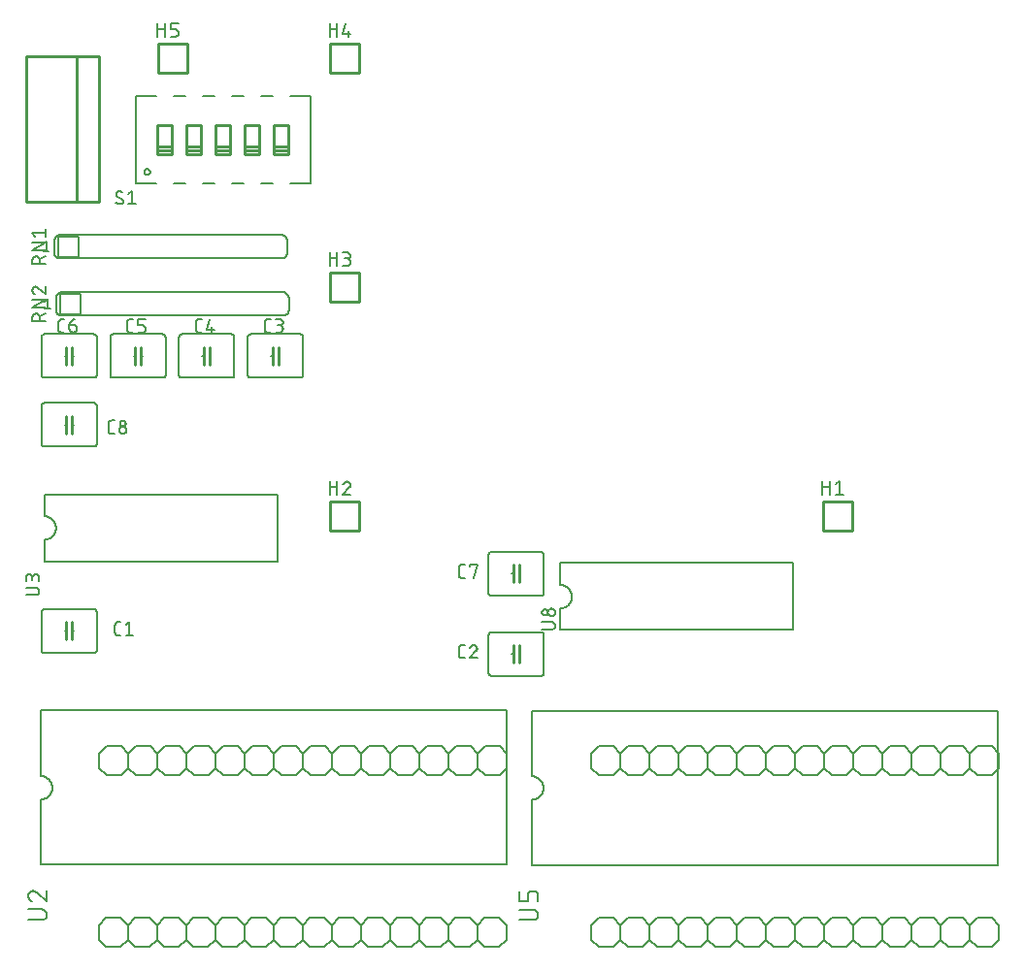
<source format=gbr>
G04 EAGLE Gerber RS-274X export*
G75*
%MOMM*%
%FSLAX34Y34*%
%LPD*%
%INSilkscreen Top*%
%IPPOS*%
%AMOC8*
5,1,8,0,0,1.08239X$1,22.5*%
G01*
%ADD10C,0.254000*%
%ADD11C,0.127000*%
%ADD12C,0.152400*%


D10*
X717300Y402700D02*
X742700Y402700D01*
X742700Y377300D01*
X717300Y377300D02*
X717300Y402700D01*
X717300Y377300D02*
X742700Y377300D01*
D11*
X717173Y408923D02*
X717173Y420353D01*
X717173Y415273D02*
X723523Y415273D01*
X723523Y420353D02*
X723523Y408923D01*
X728984Y417813D02*
X732159Y420353D01*
X732159Y408923D01*
X728984Y408923D02*
X735334Y408923D01*
D10*
X312700Y402700D02*
X287300Y402700D01*
X312700Y402700D02*
X312700Y377300D01*
X287300Y377300D02*
X287300Y402700D01*
X287300Y377300D02*
X312700Y377300D01*
D11*
X287173Y408923D02*
X287173Y420353D01*
X287173Y415273D02*
X293523Y415273D01*
X293523Y420353D02*
X293523Y408923D01*
X302477Y420354D02*
X302581Y420352D01*
X302686Y420346D01*
X302790Y420337D01*
X302893Y420324D01*
X302996Y420306D01*
X303098Y420286D01*
X303200Y420261D01*
X303300Y420233D01*
X303400Y420201D01*
X303498Y420165D01*
X303595Y420126D01*
X303690Y420084D01*
X303784Y420038D01*
X303876Y419988D01*
X303966Y419936D01*
X304054Y419880D01*
X304140Y419820D01*
X304224Y419758D01*
X304305Y419693D01*
X304384Y419625D01*
X304461Y419553D01*
X304534Y419480D01*
X304606Y419403D01*
X304674Y419324D01*
X304739Y419243D01*
X304801Y419159D01*
X304861Y419073D01*
X304917Y418985D01*
X304969Y418895D01*
X305019Y418803D01*
X305065Y418709D01*
X305107Y418614D01*
X305146Y418517D01*
X305182Y418419D01*
X305214Y418319D01*
X305242Y418219D01*
X305267Y418117D01*
X305287Y418015D01*
X305305Y417912D01*
X305318Y417809D01*
X305327Y417705D01*
X305333Y417600D01*
X305335Y417496D01*
X302477Y420353D02*
X302359Y420351D01*
X302240Y420345D01*
X302122Y420336D01*
X302005Y420323D01*
X301888Y420305D01*
X301771Y420285D01*
X301655Y420260D01*
X301540Y420232D01*
X301427Y420199D01*
X301314Y420164D01*
X301202Y420124D01*
X301092Y420082D01*
X300983Y420035D01*
X300875Y419985D01*
X300770Y419932D01*
X300666Y419875D01*
X300564Y419815D01*
X300464Y419752D01*
X300366Y419685D01*
X300270Y419616D01*
X300177Y419543D01*
X300086Y419467D01*
X299997Y419389D01*
X299911Y419307D01*
X299828Y419223D01*
X299747Y419137D01*
X299670Y419047D01*
X299595Y418956D01*
X299523Y418862D01*
X299454Y418765D01*
X299389Y418667D01*
X299326Y418566D01*
X299267Y418463D01*
X299211Y418359D01*
X299159Y418253D01*
X299110Y418145D01*
X299065Y418036D01*
X299023Y417925D01*
X298985Y417813D01*
X304382Y415274D02*
X304458Y415349D01*
X304533Y415428D01*
X304604Y415509D01*
X304673Y415593D01*
X304738Y415679D01*
X304800Y415767D01*
X304860Y415857D01*
X304916Y415949D01*
X304969Y416044D01*
X305018Y416140D01*
X305064Y416238D01*
X305107Y416337D01*
X305146Y416438D01*
X305181Y416540D01*
X305213Y416643D01*
X305241Y416747D01*
X305266Y416852D01*
X305287Y416959D01*
X305304Y417065D01*
X305317Y417172D01*
X305326Y417280D01*
X305332Y417388D01*
X305334Y417496D01*
X304382Y415273D02*
X298984Y408923D01*
X305334Y408923D01*
D10*
X312700Y602700D02*
X287300Y602700D01*
X312700Y602700D02*
X312700Y577300D01*
X287300Y577300D02*
X287300Y602700D01*
X287300Y577300D02*
X312700Y577300D01*
D11*
X287173Y608923D02*
X287173Y620353D01*
X287173Y615273D02*
X293523Y615273D01*
X293523Y620353D02*
X293523Y608923D01*
X298984Y608923D02*
X302159Y608923D01*
X302270Y608925D01*
X302380Y608931D01*
X302491Y608940D01*
X302601Y608954D01*
X302710Y608971D01*
X302819Y608992D01*
X302927Y609017D01*
X303034Y609046D01*
X303140Y609078D01*
X303245Y609114D01*
X303348Y609154D01*
X303450Y609197D01*
X303551Y609244D01*
X303650Y609295D01*
X303747Y609348D01*
X303841Y609405D01*
X303934Y609466D01*
X304025Y609529D01*
X304114Y609596D01*
X304200Y609666D01*
X304283Y609739D01*
X304365Y609814D01*
X304443Y609892D01*
X304518Y609974D01*
X304591Y610057D01*
X304661Y610143D01*
X304728Y610232D01*
X304791Y610323D01*
X304852Y610416D01*
X304909Y610511D01*
X304962Y610607D01*
X305013Y610706D01*
X305060Y610807D01*
X305103Y610909D01*
X305143Y611012D01*
X305179Y611117D01*
X305211Y611223D01*
X305240Y611330D01*
X305265Y611438D01*
X305286Y611547D01*
X305303Y611656D01*
X305317Y611766D01*
X305326Y611877D01*
X305332Y611987D01*
X305334Y612098D01*
X305332Y612209D01*
X305326Y612319D01*
X305317Y612430D01*
X305303Y612540D01*
X305286Y612649D01*
X305265Y612758D01*
X305240Y612866D01*
X305211Y612973D01*
X305179Y613079D01*
X305143Y613184D01*
X305103Y613287D01*
X305060Y613389D01*
X305013Y613490D01*
X304962Y613589D01*
X304909Y613685D01*
X304852Y613780D01*
X304791Y613873D01*
X304728Y613964D01*
X304661Y614053D01*
X304591Y614139D01*
X304518Y614222D01*
X304443Y614304D01*
X304365Y614382D01*
X304283Y614457D01*
X304200Y614530D01*
X304114Y614600D01*
X304025Y614667D01*
X303934Y614730D01*
X303841Y614791D01*
X303747Y614848D01*
X303650Y614901D01*
X303551Y614952D01*
X303450Y614999D01*
X303348Y615042D01*
X303245Y615082D01*
X303140Y615118D01*
X303034Y615150D01*
X302927Y615179D01*
X302819Y615204D01*
X302710Y615225D01*
X302601Y615242D01*
X302491Y615256D01*
X302380Y615265D01*
X302270Y615271D01*
X302159Y615273D01*
X302794Y620353D02*
X298984Y620353D01*
X302794Y620353D02*
X302894Y620351D01*
X302993Y620345D01*
X303093Y620335D01*
X303191Y620322D01*
X303290Y620304D01*
X303387Y620283D01*
X303483Y620258D01*
X303579Y620229D01*
X303673Y620196D01*
X303766Y620160D01*
X303857Y620120D01*
X303947Y620076D01*
X304035Y620029D01*
X304121Y619979D01*
X304205Y619925D01*
X304287Y619868D01*
X304366Y619808D01*
X304444Y619744D01*
X304518Y619678D01*
X304590Y619609D01*
X304659Y619537D01*
X304725Y619463D01*
X304789Y619385D01*
X304849Y619306D01*
X304906Y619224D01*
X304960Y619140D01*
X305010Y619054D01*
X305057Y618966D01*
X305101Y618876D01*
X305141Y618785D01*
X305177Y618692D01*
X305210Y618598D01*
X305239Y618502D01*
X305264Y618406D01*
X305285Y618309D01*
X305303Y618210D01*
X305316Y618112D01*
X305326Y618012D01*
X305332Y617913D01*
X305334Y617813D01*
X305332Y617713D01*
X305326Y617614D01*
X305316Y617514D01*
X305303Y617416D01*
X305285Y617317D01*
X305264Y617220D01*
X305239Y617124D01*
X305210Y617028D01*
X305177Y616934D01*
X305141Y616841D01*
X305101Y616750D01*
X305057Y616660D01*
X305010Y616572D01*
X304960Y616486D01*
X304906Y616402D01*
X304849Y616320D01*
X304789Y616241D01*
X304725Y616163D01*
X304659Y616089D01*
X304590Y616017D01*
X304518Y615948D01*
X304444Y615882D01*
X304366Y615818D01*
X304287Y615758D01*
X304205Y615701D01*
X304121Y615647D01*
X304035Y615597D01*
X303947Y615550D01*
X303857Y615506D01*
X303766Y615466D01*
X303673Y615430D01*
X303579Y615397D01*
X303483Y615368D01*
X303387Y615343D01*
X303290Y615322D01*
X303191Y615304D01*
X303093Y615291D01*
X302993Y615281D01*
X302894Y615275D01*
X302794Y615273D01*
X300254Y615273D01*
D10*
X312700Y802700D02*
X287300Y802700D01*
X312700Y802700D02*
X312700Y777300D01*
X287300Y777300D02*
X287300Y802700D01*
X287300Y777300D02*
X312700Y777300D01*
D11*
X287173Y808923D02*
X287173Y820353D01*
X287173Y815273D02*
X293523Y815273D01*
X293523Y820353D02*
X293523Y808923D01*
X298984Y811463D02*
X301524Y820353D01*
X298984Y811463D02*
X305334Y811463D01*
X303429Y814003D02*
X303429Y808923D01*
D10*
X162700Y802700D02*
X137300Y802700D01*
X162700Y802700D02*
X162700Y777300D01*
X137300Y777300D02*
X137300Y802700D01*
X137300Y777300D02*
X162700Y777300D01*
D11*
X137173Y808923D02*
X137173Y820353D01*
X137173Y815273D02*
X143523Y815273D01*
X143523Y820353D02*
X143523Y808923D01*
X148984Y808923D02*
X152794Y808923D01*
X152894Y808925D01*
X152993Y808931D01*
X153093Y808941D01*
X153191Y808954D01*
X153290Y808972D01*
X153387Y808993D01*
X153483Y809018D01*
X153579Y809047D01*
X153673Y809080D01*
X153766Y809116D01*
X153857Y809156D01*
X153947Y809200D01*
X154035Y809247D01*
X154121Y809297D01*
X154205Y809351D01*
X154287Y809408D01*
X154366Y809468D01*
X154444Y809532D01*
X154518Y809598D01*
X154590Y809667D01*
X154659Y809739D01*
X154725Y809813D01*
X154789Y809891D01*
X154849Y809970D01*
X154906Y810052D01*
X154960Y810136D01*
X155010Y810222D01*
X155057Y810310D01*
X155101Y810400D01*
X155141Y810491D01*
X155177Y810584D01*
X155210Y810678D01*
X155239Y810774D01*
X155264Y810870D01*
X155285Y810967D01*
X155303Y811066D01*
X155316Y811164D01*
X155326Y811264D01*
X155332Y811363D01*
X155334Y811463D01*
X155334Y812733D01*
X155332Y812833D01*
X155326Y812932D01*
X155316Y813032D01*
X155303Y813130D01*
X155285Y813229D01*
X155264Y813326D01*
X155239Y813422D01*
X155210Y813518D01*
X155177Y813612D01*
X155141Y813705D01*
X155101Y813796D01*
X155057Y813886D01*
X155010Y813974D01*
X154960Y814060D01*
X154906Y814144D01*
X154849Y814226D01*
X154789Y814305D01*
X154725Y814383D01*
X154659Y814457D01*
X154590Y814529D01*
X154518Y814598D01*
X154444Y814664D01*
X154366Y814728D01*
X154287Y814788D01*
X154205Y814845D01*
X154121Y814899D01*
X154035Y814949D01*
X153947Y814996D01*
X153857Y815040D01*
X153766Y815080D01*
X153673Y815116D01*
X153579Y815149D01*
X153483Y815178D01*
X153387Y815203D01*
X153290Y815224D01*
X153191Y815242D01*
X153093Y815255D01*
X152993Y815265D01*
X152894Y815271D01*
X152794Y815273D01*
X148984Y815273D01*
X148984Y820353D01*
X155334Y820353D01*
D12*
X826720Y189320D02*
X839420Y189320D01*
X845770Y182970D01*
X845770Y170270D01*
X839420Y163920D01*
X801320Y189320D02*
X794970Y182970D01*
X801320Y189320D02*
X814020Y189320D01*
X820370Y182970D01*
X820370Y170270D01*
X814020Y163920D01*
X801320Y163920D01*
X794970Y170270D01*
X820370Y182970D02*
X826720Y189320D01*
X820370Y170270D02*
X826720Y163920D01*
X839420Y163920D01*
X763220Y189320D02*
X750520Y189320D01*
X763220Y189320D02*
X769570Y182970D01*
X769570Y170270D01*
X763220Y163920D01*
X769570Y182970D02*
X775920Y189320D01*
X788620Y189320D01*
X794970Y182970D01*
X794970Y170270D01*
X788620Y163920D01*
X775920Y163920D01*
X769570Y170270D01*
X725120Y189320D02*
X718770Y182970D01*
X725120Y189320D02*
X737820Y189320D01*
X744170Y182970D01*
X744170Y170270D01*
X737820Y163920D01*
X725120Y163920D01*
X718770Y170270D01*
X744170Y182970D02*
X750520Y189320D01*
X744170Y170270D02*
X750520Y163920D01*
X763220Y163920D01*
X687020Y189320D02*
X674320Y189320D01*
X687020Y189320D02*
X693370Y182970D01*
X693370Y170270D01*
X687020Y163920D01*
X693370Y182970D02*
X699720Y189320D01*
X712420Y189320D01*
X718770Y182970D01*
X718770Y170270D01*
X712420Y163920D01*
X699720Y163920D01*
X693370Y170270D01*
X648920Y189320D02*
X642570Y182970D01*
X648920Y189320D02*
X661620Y189320D01*
X667970Y182970D01*
X667970Y170270D01*
X661620Y163920D01*
X648920Y163920D01*
X642570Y170270D01*
X667970Y182970D02*
X674320Y189320D01*
X667970Y170270D02*
X674320Y163920D01*
X687020Y163920D01*
X610820Y189320D02*
X598120Y189320D01*
X610820Y189320D02*
X617170Y182970D01*
X617170Y170270D01*
X610820Y163920D01*
X617170Y182970D02*
X623520Y189320D01*
X636220Y189320D01*
X642570Y182970D01*
X642570Y170270D01*
X636220Y163920D01*
X623520Y163920D01*
X617170Y170270D01*
X572720Y189320D02*
X566370Y182970D01*
X572720Y189320D02*
X585420Y189320D01*
X591770Y182970D01*
X591770Y170270D01*
X585420Y163920D01*
X572720Y163920D01*
X566370Y170270D01*
X591770Y182970D02*
X598120Y189320D01*
X591770Y170270D02*
X598120Y163920D01*
X610820Y163920D01*
X534620Y189320D02*
X521920Y189320D01*
X534620Y189320D02*
X540970Y182970D01*
X540970Y170270D01*
X534620Y163920D01*
X540970Y182970D02*
X547320Y189320D01*
X560020Y189320D01*
X566370Y182970D01*
X566370Y170270D01*
X560020Y163920D01*
X547320Y163920D01*
X540970Y170270D01*
X515570Y170270D02*
X515570Y182970D01*
X521920Y189320D01*
X515570Y170270D02*
X521920Y163920D01*
X534620Y163920D01*
X845770Y182970D02*
X852120Y189320D01*
X864820Y189320D01*
X871170Y182970D01*
X871170Y170270D01*
X864820Y163920D01*
X852120Y163920D01*
X845770Y170270D01*
X839530Y39550D02*
X826830Y39550D01*
X839530Y39550D02*
X845880Y33200D01*
X845880Y20500D01*
X839530Y14150D01*
X801430Y39550D02*
X795080Y33200D01*
X801430Y39550D02*
X814130Y39550D01*
X820480Y33200D01*
X820480Y20500D01*
X814130Y14150D01*
X801430Y14150D01*
X795080Y20500D01*
X820480Y33200D02*
X826830Y39550D01*
X820480Y20500D02*
X826830Y14150D01*
X839530Y14150D01*
X763330Y39550D02*
X750630Y39550D01*
X763330Y39550D02*
X769680Y33200D01*
X769680Y20500D01*
X763330Y14150D01*
X769680Y33200D02*
X776030Y39550D01*
X788730Y39550D01*
X795080Y33200D01*
X795080Y20500D01*
X788730Y14150D01*
X776030Y14150D01*
X769680Y20500D01*
X725230Y39550D02*
X718880Y33200D01*
X725230Y39550D02*
X737930Y39550D01*
X744280Y33200D01*
X744280Y20500D01*
X737930Y14150D01*
X725230Y14150D01*
X718880Y20500D01*
X744280Y33200D02*
X750630Y39550D01*
X744280Y20500D02*
X750630Y14150D01*
X763330Y14150D01*
X687130Y39550D02*
X674430Y39550D01*
X687130Y39550D02*
X693480Y33200D01*
X693480Y20500D01*
X687130Y14150D01*
X693480Y33200D02*
X699830Y39550D01*
X712530Y39550D01*
X718880Y33200D01*
X718880Y20500D01*
X712530Y14150D01*
X699830Y14150D01*
X693480Y20500D01*
X649030Y39550D02*
X642680Y33200D01*
X649030Y39550D02*
X661730Y39550D01*
X668080Y33200D01*
X668080Y20500D01*
X661730Y14150D01*
X649030Y14150D01*
X642680Y20500D01*
X668080Y33200D02*
X674430Y39550D01*
X668080Y20500D02*
X674430Y14150D01*
X687130Y14150D01*
X610930Y39550D02*
X598230Y39550D01*
X610930Y39550D02*
X617280Y33200D01*
X617280Y20500D01*
X610930Y14150D01*
X617280Y33200D02*
X623630Y39550D01*
X636330Y39550D01*
X642680Y33200D01*
X642680Y20500D01*
X636330Y14150D01*
X623630Y14150D01*
X617280Y20500D01*
X572830Y39550D02*
X566480Y33200D01*
X572830Y39550D02*
X585530Y39550D01*
X591880Y33200D01*
X591880Y20500D01*
X585530Y14150D01*
X572830Y14150D01*
X566480Y20500D01*
X591880Y33200D02*
X598230Y39550D01*
X591880Y20500D02*
X598230Y14150D01*
X610930Y14150D01*
X534730Y39550D02*
X522030Y39550D01*
X534730Y39550D02*
X541080Y33200D01*
X541080Y20500D01*
X534730Y14150D01*
X541080Y33200D02*
X547430Y39550D01*
X560130Y39550D01*
X566480Y33200D01*
X566480Y20500D01*
X560130Y14150D01*
X547430Y14150D01*
X541080Y20500D01*
X515680Y20500D02*
X515680Y33200D01*
X522030Y39550D01*
X515680Y20500D02*
X522030Y14150D01*
X534730Y14150D01*
X845880Y33200D02*
X852230Y39550D01*
X864930Y39550D01*
X871280Y33200D01*
X871280Y20500D01*
X864930Y14150D01*
X852230Y14150D01*
X845880Y20500D01*
D10*
X85750Y664200D02*
X85750Y791200D01*
X85750Y664200D02*
X66700Y664200D01*
X22250Y664200D01*
X22250Y791200D01*
X66700Y791200D01*
X85750Y791200D01*
X66700Y791200D02*
X66700Y664200D01*
D12*
X397500Y189480D02*
X410200Y189480D01*
X416550Y183130D01*
X416550Y170430D01*
X410200Y164080D01*
X372100Y189480D02*
X365750Y183130D01*
X372100Y189480D02*
X384800Y189480D01*
X391150Y183130D01*
X391150Y170430D01*
X384800Y164080D01*
X372100Y164080D01*
X365750Y170430D01*
X391150Y183130D02*
X397500Y189480D01*
X391150Y170430D02*
X397500Y164080D01*
X410200Y164080D01*
X334000Y189480D02*
X321300Y189480D01*
X334000Y189480D02*
X340350Y183130D01*
X340350Y170430D01*
X334000Y164080D01*
X340350Y183130D02*
X346700Y189480D01*
X359400Y189480D01*
X365750Y183130D01*
X365750Y170430D01*
X359400Y164080D01*
X346700Y164080D01*
X340350Y170430D01*
X295900Y189480D02*
X289550Y183130D01*
X295900Y189480D02*
X308600Y189480D01*
X314950Y183130D01*
X314950Y170430D01*
X308600Y164080D01*
X295900Y164080D01*
X289550Y170430D01*
X314950Y183130D02*
X321300Y189480D01*
X314950Y170430D02*
X321300Y164080D01*
X334000Y164080D01*
X257800Y189480D02*
X245100Y189480D01*
X257800Y189480D02*
X264150Y183130D01*
X264150Y170430D01*
X257800Y164080D01*
X264150Y183130D02*
X270500Y189480D01*
X283200Y189480D01*
X289550Y183130D01*
X289550Y170430D01*
X283200Y164080D01*
X270500Y164080D01*
X264150Y170430D01*
X219700Y189480D02*
X213350Y183130D01*
X219700Y189480D02*
X232400Y189480D01*
X238750Y183130D01*
X238750Y170430D01*
X232400Y164080D01*
X219700Y164080D01*
X213350Y170430D01*
X238750Y183130D02*
X245100Y189480D01*
X238750Y170430D02*
X245100Y164080D01*
X257800Y164080D01*
X181600Y189480D02*
X168900Y189480D01*
X181600Y189480D02*
X187950Y183130D01*
X187950Y170430D01*
X181600Y164080D01*
X187950Y183130D02*
X194300Y189480D01*
X207000Y189480D01*
X213350Y183130D01*
X213350Y170430D01*
X207000Y164080D01*
X194300Y164080D01*
X187950Y170430D01*
X143500Y189480D02*
X137150Y183130D01*
X143500Y189480D02*
X156200Y189480D01*
X162550Y183130D01*
X162550Y170430D01*
X156200Y164080D01*
X143500Y164080D01*
X137150Y170430D01*
X162550Y183130D02*
X168900Y189480D01*
X162550Y170430D02*
X168900Y164080D01*
X181600Y164080D01*
X105400Y189480D02*
X92700Y189480D01*
X105400Y189480D02*
X111750Y183130D01*
X111750Y170430D01*
X105400Y164080D01*
X111750Y183130D02*
X118100Y189480D01*
X130800Y189480D01*
X137150Y183130D01*
X137150Y170430D01*
X130800Y164080D01*
X118100Y164080D01*
X111750Y170430D01*
X86350Y170430D02*
X86350Y183130D01*
X92700Y189480D01*
X86350Y170430D02*
X92700Y164080D01*
X105400Y164080D01*
X416550Y183130D02*
X422900Y189480D01*
X435600Y189480D01*
X441950Y183130D01*
X441950Y170430D01*
X435600Y164080D01*
X422900Y164080D01*
X416550Y170430D01*
X409660Y39530D02*
X396960Y39530D01*
X409660Y39530D02*
X416010Y33180D01*
X416010Y20480D01*
X409660Y14130D01*
X371560Y39530D02*
X365210Y33180D01*
X371560Y39530D02*
X384260Y39530D01*
X390610Y33180D01*
X390610Y20480D01*
X384260Y14130D01*
X371560Y14130D01*
X365210Y20480D01*
X390610Y33180D02*
X396960Y39530D01*
X390610Y20480D02*
X396960Y14130D01*
X409660Y14130D01*
X333460Y39530D02*
X320760Y39530D01*
X333460Y39530D02*
X339810Y33180D01*
X339810Y20480D01*
X333460Y14130D01*
X339810Y33180D02*
X346160Y39530D01*
X358860Y39530D01*
X365210Y33180D01*
X365210Y20480D01*
X358860Y14130D01*
X346160Y14130D01*
X339810Y20480D01*
X295360Y39530D02*
X289010Y33180D01*
X295360Y39530D02*
X308060Y39530D01*
X314410Y33180D01*
X314410Y20480D01*
X308060Y14130D01*
X295360Y14130D01*
X289010Y20480D01*
X314410Y33180D02*
X320760Y39530D01*
X314410Y20480D02*
X320760Y14130D01*
X333460Y14130D01*
X257260Y39530D02*
X244560Y39530D01*
X257260Y39530D02*
X263610Y33180D01*
X263610Y20480D01*
X257260Y14130D01*
X263610Y33180D02*
X269960Y39530D01*
X282660Y39530D01*
X289010Y33180D01*
X289010Y20480D01*
X282660Y14130D01*
X269960Y14130D01*
X263610Y20480D01*
X219160Y39530D02*
X212810Y33180D01*
X219160Y39530D02*
X231860Y39530D01*
X238210Y33180D01*
X238210Y20480D01*
X231860Y14130D01*
X219160Y14130D01*
X212810Y20480D01*
X238210Y33180D02*
X244560Y39530D01*
X238210Y20480D02*
X244560Y14130D01*
X257260Y14130D01*
X181060Y39530D02*
X168360Y39530D01*
X181060Y39530D02*
X187410Y33180D01*
X187410Y20480D01*
X181060Y14130D01*
X187410Y33180D02*
X193760Y39530D01*
X206460Y39530D01*
X212810Y33180D01*
X212810Y20480D01*
X206460Y14130D01*
X193760Y14130D01*
X187410Y20480D01*
X142960Y39530D02*
X136610Y33180D01*
X142960Y39530D02*
X155660Y39530D01*
X162010Y33180D01*
X162010Y20480D01*
X155660Y14130D01*
X142960Y14130D01*
X136610Y20480D01*
X162010Y33180D02*
X168360Y39530D01*
X162010Y20480D02*
X168360Y14130D01*
X181060Y14130D01*
X104860Y39530D02*
X92160Y39530D01*
X104860Y39530D02*
X111210Y33180D01*
X111210Y20480D01*
X104860Y14130D01*
X111210Y33180D02*
X117560Y39530D01*
X130260Y39530D01*
X136610Y33180D01*
X136610Y20480D01*
X130260Y14130D01*
X117560Y14130D01*
X111210Y20480D01*
X85810Y20480D02*
X85810Y33180D01*
X92160Y39530D01*
X85810Y20480D02*
X92160Y14130D01*
X104860Y14130D01*
X416010Y33180D02*
X422360Y39530D01*
X435060Y39530D01*
X441410Y33180D01*
X441410Y20480D01*
X435060Y14130D01*
X422360Y14130D01*
X416010Y20480D01*
X245220Y615340D02*
X52180Y615340D01*
X52180Y635660D02*
X245220Y635660D01*
X68690Y634390D02*
X68690Y616610D01*
X50910Y616610D01*
X47100Y630580D02*
X47102Y630720D01*
X47108Y630860D01*
X47117Y631000D01*
X47131Y631139D01*
X47148Y631278D01*
X47169Y631416D01*
X47194Y631554D01*
X47223Y631691D01*
X47255Y631827D01*
X47292Y631962D01*
X47332Y632096D01*
X47375Y632229D01*
X47423Y632361D01*
X47473Y632492D01*
X47528Y632621D01*
X47586Y632748D01*
X47647Y632874D01*
X47712Y632998D01*
X47781Y633120D01*
X47852Y633240D01*
X47927Y633358D01*
X48005Y633475D01*
X48087Y633589D01*
X48171Y633700D01*
X48259Y633809D01*
X48349Y633916D01*
X48443Y634021D01*
X48539Y634122D01*
X48638Y634221D01*
X48739Y634317D01*
X48844Y634411D01*
X48951Y634501D01*
X49060Y634589D01*
X49171Y634673D01*
X49285Y634755D01*
X49402Y634833D01*
X49520Y634908D01*
X49640Y634979D01*
X49762Y635048D01*
X49886Y635113D01*
X50012Y635174D01*
X50139Y635232D01*
X50268Y635287D01*
X50399Y635337D01*
X50531Y635385D01*
X50664Y635428D01*
X50798Y635468D01*
X50933Y635505D01*
X51069Y635537D01*
X51206Y635566D01*
X51344Y635591D01*
X51482Y635612D01*
X51621Y635629D01*
X51760Y635643D01*
X51900Y635652D01*
X52040Y635658D01*
X52180Y635660D01*
X245220Y615340D02*
X245360Y615342D01*
X245500Y615348D01*
X245640Y615357D01*
X245779Y615371D01*
X245918Y615388D01*
X246056Y615409D01*
X246194Y615434D01*
X246331Y615463D01*
X246467Y615495D01*
X246602Y615532D01*
X246736Y615572D01*
X246869Y615615D01*
X247001Y615663D01*
X247132Y615713D01*
X247261Y615768D01*
X247388Y615826D01*
X247514Y615887D01*
X247638Y615952D01*
X247760Y616021D01*
X247880Y616092D01*
X247998Y616167D01*
X248115Y616245D01*
X248229Y616327D01*
X248340Y616411D01*
X248449Y616499D01*
X248556Y616589D01*
X248661Y616683D01*
X248762Y616779D01*
X248861Y616878D01*
X248957Y616979D01*
X249051Y617084D01*
X249141Y617191D01*
X249229Y617300D01*
X249313Y617411D01*
X249395Y617525D01*
X249473Y617642D01*
X249548Y617760D01*
X249619Y617880D01*
X249688Y618002D01*
X249753Y618126D01*
X249814Y618252D01*
X249872Y618379D01*
X249927Y618508D01*
X249977Y618639D01*
X250025Y618771D01*
X250068Y618904D01*
X250108Y619038D01*
X250145Y619173D01*
X250177Y619309D01*
X250206Y619446D01*
X250231Y619584D01*
X250252Y619722D01*
X250269Y619861D01*
X250283Y620000D01*
X250292Y620140D01*
X250298Y620280D01*
X250300Y620420D01*
X250300Y630580D02*
X250298Y630720D01*
X250292Y630860D01*
X250283Y631000D01*
X250269Y631139D01*
X250252Y631278D01*
X250231Y631416D01*
X250206Y631554D01*
X250177Y631691D01*
X250145Y631827D01*
X250108Y631962D01*
X250068Y632096D01*
X250025Y632229D01*
X249977Y632361D01*
X249927Y632492D01*
X249872Y632621D01*
X249814Y632748D01*
X249753Y632874D01*
X249688Y632998D01*
X249619Y633120D01*
X249548Y633240D01*
X249473Y633358D01*
X249395Y633475D01*
X249313Y633589D01*
X249229Y633700D01*
X249141Y633809D01*
X249051Y633916D01*
X248957Y634021D01*
X248861Y634122D01*
X248762Y634221D01*
X248661Y634317D01*
X248556Y634411D01*
X248449Y634501D01*
X248340Y634589D01*
X248229Y634673D01*
X248115Y634755D01*
X247998Y634833D01*
X247880Y634908D01*
X247760Y634979D01*
X247638Y635048D01*
X247514Y635113D01*
X247388Y635174D01*
X247261Y635232D01*
X247132Y635287D01*
X247001Y635337D01*
X246869Y635385D01*
X246736Y635428D01*
X246602Y635468D01*
X246467Y635505D01*
X246331Y635537D01*
X246194Y635566D01*
X246056Y635591D01*
X245918Y635612D01*
X245779Y635629D01*
X245640Y635643D01*
X245500Y635652D01*
X245360Y635658D01*
X245220Y635660D01*
X52180Y615340D02*
X52040Y615342D01*
X51900Y615348D01*
X51760Y615357D01*
X51621Y615371D01*
X51482Y615388D01*
X51344Y615409D01*
X51206Y615434D01*
X51069Y615463D01*
X50933Y615495D01*
X50798Y615532D01*
X50664Y615572D01*
X50531Y615615D01*
X50399Y615663D01*
X50268Y615713D01*
X50139Y615768D01*
X50012Y615826D01*
X49886Y615887D01*
X49762Y615952D01*
X49640Y616021D01*
X49520Y616092D01*
X49402Y616167D01*
X49285Y616245D01*
X49171Y616327D01*
X49060Y616411D01*
X48951Y616499D01*
X48844Y616589D01*
X48739Y616683D01*
X48638Y616779D01*
X48539Y616878D01*
X48443Y616979D01*
X48349Y617084D01*
X48259Y617191D01*
X48171Y617300D01*
X48087Y617411D01*
X48005Y617525D01*
X47927Y617642D01*
X47852Y617760D01*
X47781Y617880D01*
X47712Y618002D01*
X47647Y618126D01*
X47586Y618252D01*
X47528Y618379D01*
X47473Y618508D01*
X47423Y618639D01*
X47375Y618771D01*
X47332Y618904D01*
X47292Y619038D01*
X47255Y619173D01*
X47223Y619309D01*
X47194Y619446D01*
X47169Y619584D01*
X47148Y619722D01*
X47131Y619861D01*
X47117Y620000D01*
X47108Y620140D01*
X47102Y620280D01*
X47100Y620420D01*
X250300Y620420D02*
X250300Y630580D01*
X47100Y630580D02*
X47100Y620420D01*
X50910Y616610D02*
X50910Y634390D01*
X68690Y634390D01*
D11*
X39974Y629691D02*
X37575Y627772D01*
X39974Y629691D02*
X39974Y621055D01*
X37575Y621055D02*
X42373Y621055D01*
X39365Y610635D02*
X27935Y610635D01*
X27935Y613810D01*
X27937Y613921D01*
X27943Y614031D01*
X27952Y614142D01*
X27966Y614252D01*
X27983Y614361D01*
X28004Y614470D01*
X28029Y614578D01*
X28058Y614685D01*
X28090Y614791D01*
X28126Y614896D01*
X28166Y614999D01*
X28209Y615101D01*
X28256Y615202D01*
X28307Y615301D01*
X28360Y615398D01*
X28417Y615492D01*
X28478Y615585D01*
X28541Y615676D01*
X28608Y615765D01*
X28678Y615851D01*
X28751Y615934D01*
X28826Y616016D01*
X28904Y616094D01*
X28986Y616169D01*
X29069Y616242D01*
X29155Y616312D01*
X29244Y616379D01*
X29335Y616442D01*
X29428Y616503D01*
X29522Y616560D01*
X29619Y616613D01*
X29718Y616664D01*
X29819Y616711D01*
X29921Y616754D01*
X30024Y616794D01*
X30129Y616830D01*
X30235Y616862D01*
X30342Y616891D01*
X30450Y616916D01*
X30559Y616937D01*
X30668Y616954D01*
X30778Y616968D01*
X30889Y616977D01*
X30999Y616983D01*
X31110Y616985D01*
X31221Y616983D01*
X31331Y616977D01*
X31442Y616968D01*
X31552Y616954D01*
X31661Y616937D01*
X31770Y616916D01*
X31878Y616891D01*
X31985Y616862D01*
X32091Y616830D01*
X32196Y616794D01*
X32299Y616754D01*
X32401Y616711D01*
X32502Y616664D01*
X32601Y616613D01*
X32698Y616560D01*
X32792Y616503D01*
X32885Y616442D01*
X32976Y616379D01*
X33065Y616312D01*
X33151Y616242D01*
X33234Y616169D01*
X33316Y616094D01*
X33394Y616016D01*
X33469Y615934D01*
X33542Y615851D01*
X33612Y615765D01*
X33679Y615676D01*
X33742Y615585D01*
X33803Y615492D01*
X33860Y615398D01*
X33913Y615301D01*
X33964Y615202D01*
X34011Y615101D01*
X34054Y614999D01*
X34094Y614896D01*
X34130Y614791D01*
X34162Y614685D01*
X34191Y614578D01*
X34216Y614470D01*
X34237Y614361D01*
X34254Y614252D01*
X34268Y614142D01*
X34277Y614031D01*
X34283Y613921D01*
X34285Y613810D01*
X34285Y610635D01*
X34285Y614445D02*
X39365Y616985D01*
X39365Y622363D02*
X27935Y622363D01*
X39365Y628713D01*
X27935Y628713D01*
X30475Y634174D02*
X27935Y637349D01*
X39365Y637349D01*
X39365Y634174D02*
X39365Y640524D01*
D12*
X53580Y565340D02*
X246620Y565340D01*
X246620Y585660D02*
X53580Y585660D01*
X70090Y584390D02*
X70090Y566610D01*
X52310Y566610D01*
X48500Y580580D02*
X48502Y580720D01*
X48508Y580860D01*
X48517Y581000D01*
X48531Y581139D01*
X48548Y581278D01*
X48569Y581416D01*
X48594Y581554D01*
X48623Y581691D01*
X48655Y581827D01*
X48692Y581962D01*
X48732Y582096D01*
X48775Y582229D01*
X48823Y582361D01*
X48873Y582492D01*
X48928Y582621D01*
X48986Y582748D01*
X49047Y582874D01*
X49112Y582998D01*
X49181Y583120D01*
X49252Y583240D01*
X49327Y583358D01*
X49405Y583475D01*
X49487Y583589D01*
X49571Y583700D01*
X49659Y583809D01*
X49749Y583916D01*
X49843Y584021D01*
X49939Y584122D01*
X50038Y584221D01*
X50139Y584317D01*
X50244Y584411D01*
X50351Y584501D01*
X50460Y584589D01*
X50571Y584673D01*
X50685Y584755D01*
X50802Y584833D01*
X50920Y584908D01*
X51040Y584979D01*
X51162Y585048D01*
X51286Y585113D01*
X51412Y585174D01*
X51539Y585232D01*
X51668Y585287D01*
X51799Y585337D01*
X51931Y585385D01*
X52064Y585428D01*
X52198Y585468D01*
X52333Y585505D01*
X52469Y585537D01*
X52606Y585566D01*
X52744Y585591D01*
X52882Y585612D01*
X53021Y585629D01*
X53160Y585643D01*
X53300Y585652D01*
X53440Y585658D01*
X53580Y585660D01*
X246620Y565340D02*
X246760Y565342D01*
X246900Y565348D01*
X247040Y565357D01*
X247179Y565371D01*
X247318Y565388D01*
X247456Y565409D01*
X247594Y565434D01*
X247731Y565463D01*
X247867Y565495D01*
X248002Y565532D01*
X248136Y565572D01*
X248269Y565615D01*
X248401Y565663D01*
X248532Y565713D01*
X248661Y565768D01*
X248788Y565826D01*
X248914Y565887D01*
X249038Y565952D01*
X249160Y566021D01*
X249280Y566092D01*
X249398Y566167D01*
X249515Y566245D01*
X249629Y566327D01*
X249740Y566411D01*
X249849Y566499D01*
X249956Y566589D01*
X250061Y566683D01*
X250162Y566779D01*
X250261Y566878D01*
X250357Y566979D01*
X250451Y567084D01*
X250541Y567191D01*
X250629Y567300D01*
X250713Y567411D01*
X250795Y567525D01*
X250873Y567642D01*
X250948Y567760D01*
X251019Y567880D01*
X251088Y568002D01*
X251153Y568126D01*
X251214Y568252D01*
X251272Y568379D01*
X251327Y568508D01*
X251377Y568639D01*
X251425Y568771D01*
X251468Y568904D01*
X251508Y569038D01*
X251545Y569173D01*
X251577Y569309D01*
X251606Y569446D01*
X251631Y569584D01*
X251652Y569722D01*
X251669Y569861D01*
X251683Y570000D01*
X251692Y570140D01*
X251698Y570280D01*
X251700Y570420D01*
X251700Y580580D02*
X251698Y580720D01*
X251692Y580860D01*
X251683Y581000D01*
X251669Y581139D01*
X251652Y581278D01*
X251631Y581416D01*
X251606Y581554D01*
X251577Y581691D01*
X251545Y581827D01*
X251508Y581962D01*
X251468Y582096D01*
X251425Y582229D01*
X251377Y582361D01*
X251327Y582492D01*
X251272Y582621D01*
X251214Y582748D01*
X251153Y582874D01*
X251088Y582998D01*
X251019Y583120D01*
X250948Y583240D01*
X250873Y583358D01*
X250795Y583475D01*
X250713Y583589D01*
X250629Y583700D01*
X250541Y583809D01*
X250451Y583916D01*
X250357Y584021D01*
X250261Y584122D01*
X250162Y584221D01*
X250061Y584317D01*
X249956Y584411D01*
X249849Y584501D01*
X249740Y584589D01*
X249629Y584673D01*
X249515Y584755D01*
X249398Y584833D01*
X249280Y584908D01*
X249160Y584979D01*
X249038Y585048D01*
X248914Y585113D01*
X248788Y585174D01*
X248661Y585232D01*
X248532Y585287D01*
X248401Y585337D01*
X248269Y585385D01*
X248136Y585428D01*
X248002Y585468D01*
X247867Y585505D01*
X247731Y585537D01*
X247594Y585566D01*
X247456Y585591D01*
X247318Y585612D01*
X247179Y585629D01*
X247040Y585643D01*
X246900Y585652D01*
X246760Y585658D01*
X246620Y585660D01*
X53580Y565340D02*
X53440Y565342D01*
X53300Y565348D01*
X53160Y565357D01*
X53021Y565371D01*
X52882Y565388D01*
X52744Y565409D01*
X52606Y565434D01*
X52469Y565463D01*
X52333Y565495D01*
X52198Y565532D01*
X52064Y565572D01*
X51931Y565615D01*
X51799Y565663D01*
X51668Y565713D01*
X51539Y565768D01*
X51412Y565826D01*
X51286Y565887D01*
X51162Y565952D01*
X51040Y566021D01*
X50920Y566092D01*
X50802Y566167D01*
X50685Y566245D01*
X50571Y566327D01*
X50460Y566411D01*
X50351Y566499D01*
X50244Y566589D01*
X50139Y566683D01*
X50038Y566779D01*
X49939Y566878D01*
X49843Y566979D01*
X49749Y567084D01*
X49659Y567191D01*
X49571Y567300D01*
X49487Y567411D01*
X49405Y567525D01*
X49327Y567642D01*
X49252Y567760D01*
X49181Y567880D01*
X49112Y568002D01*
X49047Y568126D01*
X48986Y568252D01*
X48928Y568379D01*
X48873Y568508D01*
X48823Y568639D01*
X48775Y568771D01*
X48732Y568904D01*
X48692Y569038D01*
X48655Y569173D01*
X48623Y569309D01*
X48594Y569446D01*
X48569Y569584D01*
X48548Y569722D01*
X48531Y569861D01*
X48517Y570000D01*
X48508Y570140D01*
X48502Y570280D01*
X48500Y570420D01*
X251700Y570420D02*
X251700Y580580D01*
X48500Y580580D02*
X48500Y570420D01*
X52310Y566610D02*
X52310Y584390D01*
X70090Y584390D01*
D11*
X41374Y579691D02*
X38975Y577772D01*
X41374Y579691D02*
X41374Y571055D01*
X38975Y571055D02*
X43773Y571055D01*
X39365Y560635D02*
X27935Y560635D01*
X27935Y563810D01*
X27937Y563921D01*
X27943Y564031D01*
X27952Y564142D01*
X27966Y564252D01*
X27983Y564361D01*
X28004Y564470D01*
X28029Y564578D01*
X28058Y564685D01*
X28090Y564791D01*
X28126Y564896D01*
X28166Y564999D01*
X28209Y565101D01*
X28256Y565202D01*
X28307Y565301D01*
X28360Y565398D01*
X28417Y565492D01*
X28478Y565585D01*
X28541Y565676D01*
X28608Y565765D01*
X28678Y565851D01*
X28751Y565934D01*
X28826Y566016D01*
X28904Y566094D01*
X28986Y566169D01*
X29069Y566242D01*
X29155Y566312D01*
X29244Y566379D01*
X29335Y566442D01*
X29428Y566503D01*
X29522Y566560D01*
X29619Y566613D01*
X29718Y566664D01*
X29819Y566711D01*
X29921Y566754D01*
X30024Y566794D01*
X30129Y566830D01*
X30235Y566862D01*
X30342Y566891D01*
X30450Y566916D01*
X30559Y566937D01*
X30668Y566954D01*
X30778Y566968D01*
X30889Y566977D01*
X30999Y566983D01*
X31110Y566985D01*
X31221Y566983D01*
X31331Y566977D01*
X31442Y566968D01*
X31552Y566954D01*
X31661Y566937D01*
X31770Y566916D01*
X31878Y566891D01*
X31985Y566862D01*
X32091Y566830D01*
X32196Y566794D01*
X32299Y566754D01*
X32401Y566711D01*
X32502Y566664D01*
X32601Y566613D01*
X32698Y566560D01*
X32792Y566503D01*
X32885Y566442D01*
X32976Y566379D01*
X33065Y566312D01*
X33151Y566242D01*
X33234Y566169D01*
X33316Y566094D01*
X33394Y566016D01*
X33469Y565934D01*
X33542Y565851D01*
X33612Y565765D01*
X33679Y565676D01*
X33742Y565585D01*
X33803Y565492D01*
X33860Y565398D01*
X33913Y565301D01*
X33964Y565202D01*
X34011Y565101D01*
X34054Y564999D01*
X34094Y564896D01*
X34130Y564791D01*
X34162Y564685D01*
X34191Y564578D01*
X34216Y564470D01*
X34237Y564361D01*
X34254Y564252D01*
X34268Y564142D01*
X34277Y564031D01*
X34283Y563921D01*
X34285Y563810D01*
X34285Y560635D01*
X34285Y564445D02*
X39365Y566985D01*
X39365Y572363D02*
X27935Y572363D01*
X39365Y578713D01*
X27935Y578713D01*
X27935Y587667D02*
X27937Y587771D01*
X27943Y587876D01*
X27952Y587980D01*
X27965Y588083D01*
X27983Y588186D01*
X28003Y588288D01*
X28028Y588390D01*
X28056Y588490D01*
X28088Y588590D01*
X28124Y588688D01*
X28163Y588785D01*
X28205Y588880D01*
X28251Y588974D01*
X28301Y589066D01*
X28353Y589156D01*
X28409Y589244D01*
X28469Y589330D01*
X28531Y589414D01*
X28596Y589495D01*
X28664Y589574D01*
X28736Y589651D01*
X28809Y589724D01*
X28886Y589796D01*
X28965Y589864D01*
X29046Y589929D01*
X29130Y589991D01*
X29216Y590051D01*
X29304Y590107D01*
X29394Y590159D01*
X29486Y590209D01*
X29580Y590255D01*
X29675Y590297D01*
X29772Y590336D01*
X29870Y590372D01*
X29970Y590404D01*
X30070Y590432D01*
X30172Y590457D01*
X30274Y590477D01*
X30377Y590495D01*
X30480Y590508D01*
X30584Y590517D01*
X30689Y590523D01*
X30793Y590525D01*
X27935Y587667D02*
X27937Y587549D01*
X27943Y587430D01*
X27952Y587312D01*
X27965Y587195D01*
X27983Y587078D01*
X28003Y586961D01*
X28028Y586845D01*
X28056Y586730D01*
X28089Y586617D01*
X28124Y586504D01*
X28164Y586392D01*
X28206Y586282D01*
X28253Y586173D01*
X28303Y586065D01*
X28356Y585960D01*
X28413Y585856D01*
X28473Y585754D01*
X28536Y585654D01*
X28603Y585556D01*
X28672Y585460D01*
X28745Y585367D01*
X28821Y585276D01*
X28899Y585187D01*
X28981Y585101D01*
X29065Y585018D01*
X29151Y584937D01*
X29241Y584860D01*
X29332Y584785D01*
X29426Y584713D01*
X29523Y584644D01*
X29621Y584579D01*
X29722Y584516D01*
X29825Y584457D01*
X29929Y584401D01*
X30035Y584349D01*
X30143Y584300D01*
X30252Y584255D01*
X30363Y584213D01*
X30475Y584175D01*
X33015Y589572D02*
X32940Y589648D01*
X32861Y589723D01*
X32780Y589794D01*
X32696Y589863D01*
X32610Y589928D01*
X32522Y589990D01*
X32432Y590050D01*
X32340Y590106D01*
X32245Y590159D01*
X32149Y590208D01*
X32051Y590254D01*
X31952Y590297D01*
X31851Y590336D01*
X31749Y590371D01*
X31646Y590403D01*
X31542Y590431D01*
X31437Y590456D01*
X31330Y590477D01*
X31224Y590494D01*
X31117Y590507D01*
X31009Y590516D01*
X30901Y590522D01*
X30793Y590524D01*
X33015Y589572D02*
X39365Y584174D01*
X39365Y590524D01*
D12*
X270300Y680700D02*
X270300Y756900D01*
X117900Y756900D02*
X117900Y680700D01*
D10*
X136950Y706100D02*
X149650Y706100D01*
X149650Y709402D01*
X149650Y731500D02*
X136950Y731500D01*
X136950Y712450D01*
X162350Y706100D02*
X175050Y706100D01*
X175050Y709402D01*
X175050Y731500D02*
X162350Y731500D01*
X162350Y712450D01*
X187750Y706100D02*
X200450Y706100D01*
X200450Y709402D01*
X200450Y731500D02*
X187750Y731500D01*
X187750Y712450D01*
X149650Y709402D02*
X136950Y709402D01*
X136950Y706100D01*
X149650Y709402D02*
X149650Y712450D01*
X136950Y712450D01*
X136950Y709402D01*
X149650Y712450D02*
X149650Y731500D01*
X162350Y709402D02*
X175050Y709402D01*
X162350Y709402D02*
X162350Y706100D01*
X175050Y709402D02*
X175050Y712450D01*
X162350Y712450D01*
X162350Y709402D01*
X175050Y712450D02*
X175050Y731500D01*
X187750Y709402D02*
X200450Y709402D01*
X187750Y709402D02*
X187750Y706100D01*
X200450Y709402D02*
X200450Y712450D01*
X187750Y712450D01*
X187750Y709402D01*
X200450Y712450D02*
X200450Y731500D01*
X213150Y706100D02*
X225850Y706100D01*
X225850Y709402D01*
X225850Y731500D02*
X213150Y731500D01*
X213150Y712450D01*
X213150Y709402D02*
X225850Y709402D01*
X213150Y709402D02*
X213150Y706100D01*
X225850Y709402D02*
X225850Y712450D01*
X213150Y712450D01*
X213150Y709402D01*
X225850Y712450D02*
X225850Y731500D01*
X238550Y706100D02*
X251250Y706100D01*
X251250Y709402D01*
X251250Y731500D02*
X238550Y731500D01*
X238550Y712450D01*
X238550Y709402D02*
X251250Y709402D01*
X238550Y709402D02*
X238550Y706100D01*
X251250Y709402D02*
X251250Y712450D01*
X238550Y712450D01*
X238550Y709402D01*
X251250Y712450D02*
X251250Y731500D01*
D12*
X252520Y680700D02*
X270300Y680700D01*
X135680Y680700D02*
X117900Y680700D01*
X117900Y756900D02*
X135680Y756900D01*
X252520Y756900D02*
X270300Y756900D01*
X161080Y680700D02*
X150920Y680700D01*
X176320Y680700D02*
X186480Y680700D01*
X201720Y680700D02*
X211880Y680700D01*
X227120Y680700D02*
X237280Y680700D01*
X237280Y756900D02*
X227120Y756900D01*
X211880Y756900D02*
X201720Y756900D01*
X186480Y756900D02*
X176320Y756900D01*
X161080Y756900D02*
X150920Y756900D01*
X125520Y690860D02*
X125522Y690960D01*
X125528Y691061D01*
X125538Y691160D01*
X125552Y691260D01*
X125569Y691359D01*
X125591Y691457D01*
X125617Y691554D01*
X125646Y691650D01*
X125679Y691744D01*
X125716Y691838D01*
X125756Y691930D01*
X125800Y692020D01*
X125848Y692108D01*
X125899Y692195D01*
X125953Y692279D01*
X126011Y692361D01*
X126072Y692441D01*
X126136Y692518D01*
X126203Y692593D01*
X126273Y692665D01*
X126346Y692734D01*
X126421Y692800D01*
X126499Y692864D01*
X126579Y692924D01*
X126662Y692981D01*
X126747Y693034D01*
X126834Y693084D01*
X126923Y693131D01*
X127013Y693174D01*
X127105Y693214D01*
X127199Y693250D01*
X127294Y693282D01*
X127390Y693310D01*
X127488Y693335D01*
X127586Y693355D01*
X127685Y693372D01*
X127785Y693385D01*
X127884Y693394D01*
X127985Y693399D01*
X128085Y693400D01*
X128185Y693397D01*
X128286Y693390D01*
X128385Y693379D01*
X128485Y693364D01*
X128583Y693346D01*
X128681Y693323D01*
X128778Y693296D01*
X128873Y693266D01*
X128968Y693232D01*
X129061Y693194D01*
X129152Y693153D01*
X129242Y693108D01*
X129330Y693060D01*
X129416Y693008D01*
X129500Y692953D01*
X129581Y692894D01*
X129660Y692832D01*
X129737Y692768D01*
X129811Y692700D01*
X129882Y692629D01*
X129951Y692556D01*
X130016Y692480D01*
X130079Y692401D01*
X130138Y692320D01*
X130194Y692237D01*
X130247Y692152D01*
X130296Y692064D01*
X130342Y691975D01*
X130384Y691884D01*
X130423Y691791D01*
X130458Y691697D01*
X130489Y691602D01*
X130517Y691505D01*
X130540Y691408D01*
X130560Y691309D01*
X130576Y691210D01*
X130588Y691111D01*
X130596Y691010D01*
X130600Y690910D01*
X130600Y690810D01*
X130596Y690710D01*
X130588Y690609D01*
X130576Y690510D01*
X130560Y690411D01*
X130540Y690312D01*
X130517Y690215D01*
X130489Y690118D01*
X130458Y690023D01*
X130423Y689929D01*
X130384Y689836D01*
X130342Y689745D01*
X130296Y689656D01*
X130247Y689568D01*
X130194Y689483D01*
X130138Y689400D01*
X130079Y689319D01*
X130016Y689240D01*
X129951Y689164D01*
X129882Y689091D01*
X129811Y689020D01*
X129737Y688952D01*
X129660Y688888D01*
X129581Y688826D01*
X129500Y688767D01*
X129416Y688712D01*
X129330Y688660D01*
X129242Y688612D01*
X129152Y688567D01*
X129061Y688526D01*
X128968Y688488D01*
X128873Y688454D01*
X128778Y688424D01*
X128681Y688397D01*
X128583Y688374D01*
X128485Y688356D01*
X128385Y688341D01*
X128286Y688330D01*
X128185Y688323D01*
X128085Y688320D01*
X127985Y688321D01*
X127884Y688326D01*
X127785Y688335D01*
X127685Y688348D01*
X127586Y688365D01*
X127488Y688385D01*
X127390Y688410D01*
X127294Y688438D01*
X127199Y688470D01*
X127105Y688506D01*
X127013Y688546D01*
X126923Y688589D01*
X126834Y688636D01*
X126747Y688686D01*
X126662Y688739D01*
X126579Y688796D01*
X126499Y688856D01*
X126421Y688920D01*
X126346Y688986D01*
X126273Y689055D01*
X126203Y689127D01*
X126136Y689202D01*
X126072Y689279D01*
X126011Y689359D01*
X125953Y689441D01*
X125899Y689525D01*
X125848Y689612D01*
X125800Y689700D01*
X125756Y689790D01*
X125716Y689882D01*
X125679Y689976D01*
X125646Y690070D01*
X125617Y690166D01*
X125591Y690263D01*
X125569Y690361D01*
X125552Y690460D01*
X125538Y690560D01*
X125528Y690659D01*
X125522Y690760D01*
X125520Y690860D01*
D11*
X107108Y665073D02*
X107106Y664973D01*
X107100Y664874D01*
X107090Y664774D01*
X107077Y664676D01*
X107059Y664577D01*
X107038Y664480D01*
X107013Y664384D01*
X106984Y664288D01*
X106951Y664194D01*
X106915Y664101D01*
X106875Y664010D01*
X106831Y663920D01*
X106784Y663832D01*
X106734Y663746D01*
X106680Y663662D01*
X106623Y663580D01*
X106563Y663501D01*
X106499Y663423D01*
X106433Y663349D01*
X106364Y663277D01*
X106292Y663208D01*
X106218Y663142D01*
X106140Y663078D01*
X106061Y663018D01*
X105979Y662961D01*
X105895Y662907D01*
X105809Y662857D01*
X105721Y662810D01*
X105631Y662766D01*
X105540Y662726D01*
X105447Y662690D01*
X105353Y662657D01*
X105257Y662628D01*
X105161Y662603D01*
X105064Y662582D01*
X104965Y662564D01*
X104867Y662551D01*
X104767Y662541D01*
X104668Y662535D01*
X104568Y662533D01*
X104427Y662535D01*
X104286Y662540D01*
X104145Y662550D01*
X104004Y662563D01*
X103864Y662579D01*
X103724Y662600D01*
X103585Y662624D01*
X103446Y662652D01*
X103309Y662683D01*
X103172Y662718D01*
X103036Y662756D01*
X102901Y662798D01*
X102768Y662844D01*
X102635Y662893D01*
X102504Y662946D01*
X102375Y663002D01*
X102246Y663061D01*
X102120Y663124D01*
X101995Y663190D01*
X101872Y663259D01*
X101751Y663332D01*
X101632Y663408D01*
X101514Y663487D01*
X101399Y663568D01*
X101287Y663653D01*
X101176Y663741D01*
X101068Y663832D01*
X100962Y663925D01*
X100859Y664022D01*
X100758Y664121D01*
X101076Y671423D02*
X101078Y671523D01*
X101084Y671622D01*
X101094Y671722D01*
X101107Y671820D01*
X101125Y671919D01*
X101146Y672016D01*
X101171Y672112D01*
X101200Y672208D01*
X101233Y672302D01*
X101269Y672395D01*
X101309Y672486D01*
X101353Y672576D01*
X101400Y672664D01*
X101450Y672750D01*
X101504Y672834D01*
X101561Y672916D01*
X101621Y672995D01*
X101685Y673073D01*
X101751Y673147D01*
X101820Y673219D01*
X101892Y673288D01*
X101966Y673354D01*
X102044Y673418D01*
X102123Y673478D01*
X102205Y673535D01*
X102289Y673589D01*
X102375Y673639D01*
X102463Y673686D01*
X102553Y673730D01*
X102644Y673770D01*
X102737Y673806D01*
X102831Y673839D01*
X102927Y673868D01*
X103023Y673893D01*
X103120Y673914D01*
X103219Y673932D01*
X103317Y673945D01*
X103417Y673955D01*
X103516Y673961D01*
X103616Y673963D01*
X103616Y673964D02*
X103749Y673962D01*
X103882Y673957D01*
X104015Y673947D01*
X104148Y673934D01*
X104280Y673917D01*
X104412Y673897D01*
X104543Y673873D01*
X104673Y673845D01*
X104803Y673814D01*
X104931Y673779D01*
X105059Y673740D01*
X105185Y673698D01*
X105310Y673652D01*
X105434Y673603D01*
X105557Y673551D01*
X105678Y673495D01*
X105797Y673435D01*
X105915Y673373D01*
X106030Y673307D01*
X106144Y673238D01*
X106256Y673165D01*
X106366Y673090D01*
X106474Y673011D01*
X102345Y669200D02*
X102261Y669252D01*
X102178Y669307D01*
X102098Y669366D01*
X102020Y669427D01*
X101945Y669491D01*
X101872Y669559D01*
X101801Y669629D01*
X101734Y669701D01*
X101669Y669776D01*
X101607Y669854D01*
X101548Y669934D01*
X101492Y670016D01*
X101440Y670100D01*
X101391Y670186D01*
X101345Y670274D01*
X101302Y670364D01*
X101263Y670455D01*
X101228Y670548D01*
X101196Y670642D01*
X101168Y670737D01*
X101143Y670833D01*
X101123Y670930D01*
X101105Y671028D01*
X101092Y671126D01*
X101083Y671225D01*
X101077Y671324D01*
X101075Y671423D01*
X105838Y667296D02*
X105922Y667244D01*
X106005Y667189D01*
X106085Y667130D01*
X106163Y667069D01*
X106238Y667005D01*
X106311Y666937D01*
X106382Y666867D01*
X106449Y666795D01*
X106514Y666720D01*
X106576Y666642D01*
X106635Y666562D01*
X106691Y666480D01*
X106743Y666396D01*
X106792Y666310D01*
X106838Y666222D01*
X106881Y666132D01*
X106920Y666041D01*
X106955Y665948D01*
X106987Y665854D01*
X107015Y665759D01*
X107040Y665663D01*
X107060Y665566D01*
X107078Y665468D01*
X107091Y665370D01*
X107100Y665271D01*
X107106Y665172D01*
X107108Y665073D01*
X105838Y667296D02*
X102346Y669201D01*
X111807Y671423D02*
X114982Y673963D01*
X114982Y662533D01*
X111807Y662533D02*
X118157Y662533D01*
D12*
X35170Y220550D02*
X441570Y220550D01*
X441570Y85930D02*
X35170Y85930D01*
X441570Y85930D02*
X441570Y220550D01*
X35170Y220550D02*
X35170Y163400D01*
X35170Y143080D02*
X35170Y85930D01*
X35170Y143080D02*
X35417Y143083D01*
X35665Y143092D01*
X35912Y143107D01*
X36158Y143128D01*
X36404Y143155D01*
X36649Y143188D01*
X36894Y143227D01*
X37137Y143272D01*
X37379Y143323D01*
X37620Y143380D01*
X37859Y143442D01*
X38097Y143511D01*
X38333Y143585D01*
X38567Y143665D01*
X38799Y143750D01*
X39029Y143842D01*
X39257Y143938D01*
X39482Y144041D01*
X39705Y144148D01*
X39925Y144262D01*
X40142Y144380D01*
X40357Y144504D01*
X40568Y144633D01*
X40776Y144767D01*
X40981Y144906D01*
X41182Y145050D01*
X41380Y145198D01*
X41574Y145352D01*
X41764Y145510D01*
X41950Y145673D01*
X42132Y145840D01*
X42310Y146012D01*
X42484Y146188D01*
X42654Y146368D01*
X42819Y146553D01*
X42979Y146741D01*
X43135Y146933D01*
X43287Y147129D01*
X43433Y147328D01*
X43575Y147531D01*
X43711Y147738D01*
X43843Y147947D01*
X43969Y148160D01*
X44090Y148376D01*
X44206Y148594D01*
X44316Y148816D01*
X44421Y149040D01*
X44521Y149266D01*
X44615Y149495D01*
X44703Y149726D01*
X44786Y149960D01*
X44863Y150195D01*
X44934Y150432D01*
X45000Y150670D01*
X45059Y150910D01*
X45113Y151152D01*
X45161Y151395D01*
X45203Y151638D01*
X45239Y151883D01*
X45269Y152129D01*
X45293Y152375D01*
X45311Y152622D01*
X45323Y152869D01*
X45329Y153116D01*
X45329Y153364D01*
X45323Y153611D01*
X45311Y153858D01*
X45293Y154105D01*
X45269Y154351D01*
X45239Y154597D01*
X45203Y154842D01*
X45161Y155085D01*
X45113Y155328D01*
X45059Y155570D01*
X45000Y155810D01*
X44934Y156048D01*
X44863Y156285D01*
X44786Y156520D01*
X44703Y156754D01*
X44615Y156985D01*
X44521Y157214D01*
X44421Y157440D01*
X44316Y157664D01*
X44206Y157886D01*
X44090Y158104D01*
X43969Y158320D01*
X43843Y158533D01*
X43711Y158742D01*
X43575Y158949D01*
X43433Y159152D01*
X43287Y159351D01*
X43135Y159547D01*
X42979Y159739D01*
X42819Y159927D01*
X42654Y160112D01*
X42484Y160292D01*
X42310Y160468D01*
X42132Y160640D01*
X41950Y160807D01*
X41764Y160970D01*
X41574Y161128D01*
X41380Y161282D01*
X41182Y161430D01*
X40981Y161574D01*
X40776Y161713D01*
X40568Y161847D01*
X40357Y161976D01*
X40142Y162100D01*
X39925Y162218D01*
X39705Y162332D01*
X39482Y162439D01*
X39257Y162542D01*
X39029Y162638D01*
X38799Y162730D01*
X38567Y162815D01*
X38333Y162895D01*
X38097Y162969D01*
X37859Y163038D01*
X37620Y163100D01*
X37379Y163157D01*
X37137Y163208D01*
X36894Y163253D01*
X36649Y163292D01*
X36404Y163325D01*
X36158Y163352D01*
X35912Y163373D01*
X35665Y163388D01*
X35417Y163397D01*
X35170Y163400D01*
X36082Y37962D02*
X24342Y37962D01*
X36082Y37962D02*
X36215Y37964D01*
X36347Y37970D01*
X36479Y37980D01*
X36611Y37993D01*
X36743Y38011D01*
X36873Y38032D01*
X37004Y38057D01*
X37133Y38086D01*
X37261Y38119D01*
X37389Y38155D01*
X37515Y38195D01*
X37640Y38239D01*
X37764Y38287D01*
X37886Y38338D01*
X38007Y38393D01*
X38126Y38451D01*
X38244Y38513D01*
X38359Y38578D01*
X38473Y38647D01*
X38584Y38718D01*
X38693Y38794D01*
X38800Y38872D01*
X38905Y38953D01*
X39007Y39038D01*
X39107Y39125D01*
X39204Y39215D01*
X39299Y39308D01*
X39390Y39404D01*
X39479Y39502D01*
X39565Y39603D01*
X39648Y39707D01*
X39728Y39813D01*
X39804Y39921D01*
X39878Y40031D01*
X39948Y40144D01*
X40015Y40258D01*
X40078Y40375D01*
X40138Y40493D01*
X40195Y40613D01*
X40248Y40735D01*
X40297Y40858D01*
X40343Y40982D01*
X40385Y41108D01*
X40423Y41235D01*
X40458Y41363D01*
X40489Y41492D01*
X40516Y41621D01*
X40539Y41752D01*
X40559Y41883D01*
X40574Y42015D01*
X40586Y42147D01*
X40594Y42279D01*
X40598Y42412D01*
X40598Y42544D01*
X40594Y42677D01*
X40586Y42809D01*
X40574Y42941D01*
X40559Y43073D01*
X40539Y43204D01*
X40516Y43335D01*
X40489Y43464D01*
X40458Y43593D01*
X40423Y43721D01*
X40385Y43848D01*
X40343Y43974D01*
X40297Y44098D01*
X40248Y44221D01*
X40195Y44343D01*
X40138Y44463D01*
X40078Y44581D01*
X40015Y44698D01*
X39948Y44812D01*
X39878Y44925D01*
X39804Y45035D01*
X39728Y45143D01*
X39648Y45249D01*
X39565Y45353D01*
X39479Y45454D01*
X39390Y45552D01*
X39299Y45648D01*
X39204Y45741D01*
X39107Y45831D01*
X39007Y45918D01*
X38905Y46003D01*
X38800Y46084D01*
X38693Y46162D01*
X38584Y46238D01*
X38473Y46309D01*
X38359Y46378D01*
X38244Y46443D01*
X38126Y46505D01*
X38007Y46563D01*
X37886Y46618D01*
X37764Y46669D01*
X37640Y46717D01*
X37515Y46761D01*
X37389Y46801D01*
X37261Y46837D01*
X37133Y46870D01*
X37004Y46899D01*
X36873Y46924D01*
X36743Y46945D01*
X36611Y46963D01*
X36479Y46976D01*
X36347Y46986D01*
X36215Y46992D01*
X36082Y46994D01*
X36082Y46993D02*
X24342Y46993D01*
X24342Y59081D02*
X24344Y59206D01*
X24350Y59331D01*
X24359Y59456D01*
X24373Y59580D01*
X24390Y59704D01*
X24411Y59828D01*
X24436Y59950D01*
X24465Y60072D01*
X24497Y60193D01*
X24533Y60313D01*
X24573Y60432D01*
X24616Y60549D01*
X24663Y60665D01*
X24714Y60780D01*
X24768Y60892D01*
X24826Y61004D01*
X24886Y61113D01*
X24951Y61220D01*
X25018Y61326D01*
X25089Y61429D01*
X25163Y61530D01*
X25240Y61629D01*
X25320Y61725D01*
X25403Y61819D01*
X25488Y61910D01*
X25577Y61999D01*
X25668Y62084D01*
X25762Y62167D01*
X25858Y62247D01*
X25957Y62324D01*
X26058Y62398D01*
X26161Y62469D01*
X26267Y62536D01*
X26374Y62601D01*
X26483Y62661D01*
X26595Y62719D01*
X26707Y62773D01*
X26822Y62824D01*
X26938Y62871D01*
X27055Y62914D01*
X27174Y62954D01*
X27294Y62990D01*
X27415Y63022D01*
X27537Y63051D01*
X27659Y63076D01*
X27783Y63097D01*
X27907Y63114D01*
X28031Y63128D01*
X28156Y63137D01*
X28281Y63143D01*
X28406Y63145D01*
X24342Y59081D02*
X24344Y58938D01*
X24350Y58796D01*
X24360Y58653D01*
X24373Y58511D01*
X24391Y58370D01*
X24412Y58228D01*
X24437Y58088D01*
X24466Y57948D01*
X24499Y57809D01*
X24536Y57671D01*
X24576Y57534D01*
X24620Y57399D01*
X24668Y57264D01*
X24720Y57131D01*
X24775Y56999D01*
X24834Y56869D01*
X24896Y56741D01*
X24962Y56614D01*
X25031Y56489D01*
X25103Y56366D01*
X25179Y56245D01*
X25258Y56127D01*
X25341Y56010D01*
X25426Y55896D01*
X25515Y55784D01*
X25606Y55675D01*
X25701Y55568D01*
X25798Y55463D01*
X25899Y55362D01*
X26002Y55263D01*
X26107Y55167D01*
X26216Y55074D01*
X26327Y54984D01*
X26440Y54897D01*
X26555Y54813D01*
X26673Y54733D01*
X26793Y54655D01*
X26915Y54581D01*
X27039Y54511D01*
X27165Y54443D01*
X27293Y54380D01*
X27422Y54319D01*
X27553Y54262D01*
X27685Y54209D01*
X27819Y54160D01*
X27954Y54114D01*
X31567Y61790D02*
X31475Y61884D01*
X31381Y61974D01*
X31284Y62062D01*
X31184Y62147D01*
X31082Y62229D01*
X30977Y62307D01*
X30870Y62383D01*
X30761Y62455D01*
X30650Y62524D01*
X30536Y62590D01*
X30421Y62652D01*
X30304Y62711D01*
X30185Y62766D01*
X30065Y62817D01*
X29943Y62865D01*
X29820Y62910D01*
X29696Y62950D01*
X29570Y62987D01*
X29443Y63020D01*
X29316Y63049D01*
X29187Y63075D01*
X29058Y63096D01*
X28928Y63114D01*
X28798Y63127D01*
X28668Y63137D01*
X28537Y63143D01*
X28406Y63145D01*
X31567Y61791D02*
X40598Y54114D01*
X40598Y63145D01*
X38400Y409210D02*
X241600Y409210D01*
X241600Y350790D02*
X38400Y350790D01*
X241600Y350790D02*
X241600Y409210D01*
X38400Y409210D02*
X38400Y390160D01*
X38400Y369840D02*
X38400Y350790D01*
X38400Y369840D02*
X38647Y369843D01*
X38895Y369852D01*
X39142Y369867D01*
X39388Y369888D01*
X39634Y369915D01*
X39879Y369948D01*
X40124Y369987D01*
X40367Y370032D01*
X40609Y370083D01*
X40850Y370140D01*
X41089Y370202D01*
X41327Y370271D01*
X41563Y370345D01*
X41797Y370425D01*
X42029Y370510D01*
X42259Y370602D01*
X42487Y370698D01*
X42712Y370801D01*
X42935Y370908D01*
X43155Y371022D01*
X43372Y371140D01*
X43587Y371264D01*
X43798Y371393D01*
X44006Y371527D01*
X44211Y371666D01*
X44412Y371810D01*
X44610Y371958D01*
X44804Y372112D01*
X44994Y372270D01*
X45180Y372433D01*
X45362Y372600D01*
X45540Y372772D01*
X45714Y372948D01*
X45884Y373128D01*
X46049Y373313D01*
X46209Y373501D01*
X46365Y373693D01*
X46517Y373889D01*
X46663Y374088D01*
X46805Y374291D01*
X46941Y374498D01*
X47073Y374707D01*
X47199Y374920D01*
X47320Y375136D01*
X47436Y375354D01*
X47546Y375576D01*
X47651Y375800D01*
X47751Y376026D01*
X47845Y376255D01*
X47933Y376486D01*
X48016Y376720D01*
X48093Y376955D01*
X48164Y377192D01*
X48230Y377430D01*
X48289Y377670D01*
X48343Y377912D01*
X48391Y378155D01*
X48433Y378398D01*
X48469Y378643D01*
X48499Y378889D01*
X48523Y379135D01*
X48541Y379382D01*
X48553Y379629D01*
X48559Y379876D01*
X48559Y380124D01*
X48553Y380371D01*
X48541Y380618D01*
X48523Y380865D01*
X48499Y381111D01*
X48469Y381357D01*
X48433Y381602D01*
X48391Y381845D01*
X48343Y382088D01*
X48289Y382330D01*
X48230Y382570D01*
X48164Y382808D01*
X48093Y383045D01*
X48016Y383280D01*
X47933Y383514D01*
X47845Y383745D01*
X47751Y383974D01*
X47651Y384200D01*
X47546Y384424D01*
X47436Y384646D01*
X47320Y384864D01*
X47199Y385080D01*
X47073Y385293D01*
X46941Y385502D01*
X46805Y385709D01*
X46663Y385912D01*
X46517Y386111D01*
X46365Y386307D01*
X46209Y386499D01*
X46049Y386687D01*
X45884Y386872D01*
X45714Y387052D01*
X45540Y387228D01*
X45362Y387400D01*
X45180Y387567D01*
X44994Y387730D01*
X44804Y387888D01*
X44610Y388042D01*
X44412Y388190D01*
X44211Y388334D01*
X44006Y388473D01*
X43798Y388607D01*
X43587Y388736D01*
X43372Y388860D01*
X43155Y388978D01*
X42935Y389092D01*
X42712Y389199D01*
X42487Y389302D01*
X42259Y389398D01*
X42029Y389490D01*
X41797Y389575D01*
X41563Y389655D01*
X41327Y389729D01*
X41089Y389798D01*
X40850Y389860D01*
X40609Y389917D01*
X40367Y389968D01*
X40124Y390013D01*
X39879Y390052D01*
X39634Y390085D01*
X39388Y390112D01*
X39142Y390133D01*
X38895Y390148D01*
X38647Y390157D01*
X38400Y390160D01*
D11*
X30780Y321425D02*
X22525Y321425D01*
X30780Y321425D02*
X30891Y321427D01*
X31001Y321433D01*
X31112Y321442D01*
X31222Y321456D01*
X31331Y321473D01*
X31440Y321494D01*
X31548Y321519D01*
X31655Y321548D01*
X31761Y321580D01*
X31866Y321616D01*
X31969Y321656D01*
X32071Y321699D01*
X32172Y321746D01*
X32271Y321797D01*
X32367Y321850D01*
X32462Y321907D01*
X32555Y321968D01*
X32646Y322031D01*
X32735Y322098D01*
X32821Y322168D01*
X32904Y322241D01*
X32986Y322316D01*
X33064Y322394D01*
X33139Y322476D01*
X33212Y322559D01*
X33282Y322645D01*
X33349Y322734D01*
X33412Y322825D01*
X33473Y322918D01*
X33530Y323012D01*
X33583Y323109D01*
X33634Y323208D01*
X33681Y323309D01*
X33724Y323411D01*
X33764Y323514D01*
X33800Y323619D01*
X33832Y323725D01*
X33861Y323832D01*
X33886Y323940D01*
X33907Y324049D01*
X33924Y324158D01*
X33938Y324268D01*
X33947Y324379D01*
X33953Y324489D01*
X33955Y324600D01*
X33953Y324711D01*
X33947Y324821D01*
X33938Y324932D01*
X33924Y325042D01*
X33907Y325151D01*
X33886Y325260D01*
X33861Y325368D01*
X33832Y325475D01*
X33800Y325581D01*
X33764Y325686D01*
X33724Y325789D01*
X33681Y325891D01*
X33634Y325992D01*
X33583Y326091D01*
X33530Y326187D01*
X33473Y326282D01*
X33412Y326375D01*
X33349Y326466D01*
X33282Y326555D01*
X33212Y326641D01*
X33139Y326724D01*
X33064Y326806D01*
X32986Y326884D01*
X32904Y326959D01*
X32821Y327032D01*
X32735Y327102D01*
X32646Y327169D01*
X32555Y327232D01*
X32462Y327293D01*
X32368Y327350D01*
X32271Y327403D01*
X32172Y327454D01*
X32071Y327501D01*
X31969Y327544D01*
X31866Y327584D01*
X31761Y327620D01*
X31655Y327652D01*
X31548Y327681D01*
X31440Y327706D01*
X31331Y327727D01*
X31222Y327744D01*
X31112Y327758D01*
X31001Y327767D01*
X30891Y327773D01*
X30780Y327775D01*
X22525Y327775D01*
X33955Y333236D02*
X33955Y336411D01*
X33953Y336522D01*
X33947Y336632D01*
X33938Y336743D01*
X33924Y336853D01*
X33907Y336962D01*
X33886Y337071D01*
X33861Y337179D01*
X33832Y337286D01*
X33800Y337392D01*
X33764Y337497D01*
X33724Y337600D01*
X33681Y337702D01*
X33634Y337803D01*
X33583Y337902D01*
X33530Y337999D01*
X33473Y338093D01*
X33412Y338186D01*
X33349Y338277D01*
X33282Y338366D01*
X33212Y338452D01*
X33139Y338535D01*
X33064Y338617D01*
X32986Y338695D01*
X32904Y338770D01*
X32821Y338843D01*
X32735Y338913D01*
X32646Y338980D01*
X32555Y339043D01*
X32462Y339104D01*
X32368Y339161D01*
X32271Y339214D01*
X32172Y339265D01*
X32071Y339312D01*
X31969Y339355D01*
X31866Y339395D01*
X31761Y339431D01*
X31655Y339463D01*
X31548Y339492D01*
X31440Y339517D01*
X31331Y339538D01*
X31222Y339555D01*
X31112Y339569D01*
X31001Y339578D01*
X30891Y339584D01*
X30780Y339586D01*
X30669Y339584D01*
X30559Y339578D01*
X30448Y339569D01*
X30338Y339555D01*
X30229Y339538D01*
X30120Y339517D01*
X30012Y339492D01*
X29905Y339463D01*
X29799Y339431D01*
X29694Y339395D01*
X29591Y339355D01*
X29489Y339312D01*
X29388Y339265D01*
X29289Y339214D01*
X29192Y339161D01*
X29098Y339104D01*
X29005Y339043D01*
X28914Y338980D01*
X28825Y338913D01*
X28739Y338843D01*
X28656Y338770D01*
X28574Y338695D01*
X28496Y338617D01*
X28421Y338535D01*
X28348Y338452D01*
X28278Y338366D01*
X28211Y338277D01*
X28148Y338186D01*
X28087Y338093D01*
X28030Y337999D01*
X27977Y337902D01*
X27926Y337803D01*
X27879Y337702D01*
X27836Y337600D01*
X27796Y337497D01*
X27760Y337392D01*
X27728Y337286D01*
X27699Y337179D01*
X27674Y337071D01*
X27653Y336962D01*
X27636Y336853D01*
X27622Y336743D01*
X27613Y336632D01*
X27607Y336522D01*
X27605Y336411D01*
X22525Y337046D02*
X22525Y333236D01*
X22525Y337046D02*
X22527Y337146D01*
X22533Y337245D01*
X22543Y337345D01*
X22556Y337443D01*
X22574Y337542D01*
X22595Y337639D01*
X22620Y337735D01*
X22649Y337831D01*
X22682Y337925D01*
X22718Y338018D01*
X22758Y338109D01*
X22802Y338199D01*
X22849Y338287D01*
X22899Y338373D01*
X22953Y338457D01*
X23010Y338539D01*
X23070Y338618D01*
X23134Y338696D01*
X23200Y338770D01*
X23269Y338842D01*
X23341Y338911D01*
X23415Y338977D01*
X23493Y339041D01*
X23572Y339101D01*
X23654Y339158D01*
X23738Y339212D01*
X23824Y339262D01*
X23912Y339309D01*
X24002Y339353D01*
X24093Y339393D01*
X24186Y339429D01*
X24280Y339462D01*
X24376Y339491D01*
X24472Y339516D01*
X24569Y339537D01*
X24668Y339555D01*
X24766Y339568D01*
X24866Y339578D01*
X24965Y339584D01*
X25065Y339586D01*
X25165Y339584D01*
X25264Y339578D01*
X25364Y339568D01*
X25462Y339555D01*
X25561Y339537D01*
X25658Y339516D01*
X25754Y339491D01*
X25850Y339462D01*
X25944Y339429D01*
X26037Y339393D01*
X26128Y339353D01*
X26218Y339309D01*
X26306Y339262D01*
X26392Y339212D01*
X26476Y339158D01*
X26558Y339101D01*
X26637Y339041D01*
X26715Y338977D01*
X26789Y338911D01*
X26861Y338842D01*
X26930Y338770D01*
X26996Y338696D01*
X27060Y338618D01*
X27120Y338539D01*
X27177Y338457D01*
X27231Y338373D01*
X27281Y338287D01*
X27328Y338199D01*
X27372Y338109D01*
X27412Y338018D01*
X27448Y337925D01*
X27481Y337831D01*
X27510Y337735D01*
X27535Y337639D01*
X27556Y337542D01*
X27574Y337443D01*
X27587Y337345D01*
X27597Y337245D01*
X27603Y337146D01*
X27605Y337046D01*
X27605Y334506D01*
D12*
X463550Y220360D02*
X869950Y220360D01*
X869950Y85740D02*
X463550Y85740D01*
X869950Y85740D02*
X869950Y220360D01*
X463550Y220360D02*
X463550Y163210D01*
X463550Y142890D02*
X463550Y85740D01*
X463550Y142890D02*
X463797Y142893D01*
X464045Y142902D01*
X464292Y142917D01*
X464538Y142938D01*
X464784Y142965D01*
X465029Y142998D01*
X465274Y143037D01*
X465517Y143082D01*
X465759Y143133D01*
X466000Y143190D01*
X466239Y143252D01*
X466477Y143321D01*
X466713Y143395D01*
X466947Y143475D01*
X467179Y143560D01*
X467409Y143652D01*
X467637Y143748D01*
X467862Y143851D01*
X468085Y143958D01*
X468305Y144072D01*
X468522Y144190D01*
X468737Y144314D01*
X468948Y144443D01*
X469156Y144577D01*
X469361Y144716D01*
X469562Y144860D01*
X469760Y145008D01*
X469954Y145162D01*
X470144Y145320D01*
X470330Y145483D01*
X470512Y145650D01*
X470690Y145822D01*
X470864Y145998D01*
X471034Y146178D01*
X471199Y146363D01*
X471359Y146551D01*
X471515Y146743D01*
X471667Y146939D01*
X471813Y147138D01*
X471955Y147341D01*
X472091Y147548D01*
X472223Y147757D01*
X472349Y147970D01*
X472470Y148186D01*
X472586Y148404D01*
X472696Y148626D01*
X472801Y148850D01*
X472901Y149076D01*
X472995Y149305D01*
X473083Y149536D01*
X473166Y149770D01*
X473243Y150005D01*
X473314Y150242D01*
X473380Y150480D01*
X473439Y150720D01*
X473493Y150962D01*
X473541Y151205D01*
X473583Y151448D01*
X473619Y151693D01*
X473649Y151939D01*
X473673Y152185D01*
X473691Y152432D01*
X473703Y152679D01*
X473709Y152926D01*
X473709Y153174D01*
X473703Y153421D01*
X473691Y153668D01*
X473673Y153915D01*
X473649Y154161D01*
X473619Y154407D01*
X473583Y154652D01*
X473541Y154895D01*
X473493Y155138D01*
X473439Y155380D01*
X473380Y155620D01*
X473314Y155858D01*
X473243Y156095D01*
X473166Y156330D01*
X473083Y156564D01*
X472995Y156795D01*
X472901Y157024D01*
X472801Y157250D01*
X472696Y157474D01*
X472586Y157696D01*
X472470Y157914D01*
X472349Y158130D01*
X472223Y158343D01*
X472091Y158552D01*
X471955Y158759D01*
X471813Y158962D01*
X471667Y159161D01*
X471515Y159357D01*
X471359Y159549D01*
X471199Y159737D01*
X471034Y159922D01*
X470864Y160102D01*
X470690Y160278D01*
X470512Y160450D01*
X470330Y160617D01*
X470144Y160780D01*
X469954Y160938D01*
X469760Y161092D01*
X469562Y161240D01*
X469361Y161384D01*
X469156Y161523D01*
X468948Y161657D01*
X468737Y161786D01*
X468522Y161910D01*
X468305Y162028D01*
X468085Y162142D01*
X467862Y162249D01*
X467637Y162352D01*
X467409Y162448D01*
X467179Y162540D01*
X466947Y162625D01*
X466713Y162705D01*
X466477Y162779D01*
X466239Y162848D01*
X466000Y162910D01*
X465759Y162967D01*
X465517Y163018D01*
X465274Y163063D01*
X465029Y163102D01*
X464784Y163135D01*
X464538Y163162D01*
X464292Y163183D01*
X464045Y163198D01*
X463797Y163207D01*
X463550Y163210D01*
X464462Y37772D02*
X452722Y37772D01*
X464462Y37772D02*
X464595Y37774D01*
X464727Y37780D01*
X464859Y37790D01*
X464991Y37803D01*
X465123Y37821D01*
X465253Y37842D01*
X465384Y37867D01*
X465513Y37896D01*
X465641Y37929D01*
X465769Y37965D01*
X465895Y38005D01*
X466020Y38049D01*
X466144Y38097D01*
X466266Y38148D01*
X466387Y38203D01*
X466506Y38261D01*
X466624Y38323D01*
X466739Y38388D01*
X466853Y38457D01*
X466964Y38528D01*
X467073Y38604D01*
X467180Y38682D01*
X467285Y38763D01*
X467387Y38848D01*
X467487Y38935D01*
X467584Y39025D01*
X467679Y39118D01*
X467770Y39214D01*
X467859Y39312D01*
X467945Y39413D01*
X468028Y39517D01*
X468108Y39623D01*
X468184Y39731D01*
X468258Y39841D01*
X468328Y39954D01*
X468395Y40068D01*
X468458Y40185D01*
X468518Y40303D01*
X468575Y40423D01*
X468628Y40545D01*
X468677Y40668D01*
X468723Y40792D01*
X468765Y40918D01*
X468803Y41045D01*
X468838Y41173D01*
X468869Y41302D01*
X468896Y41431D01*
X468919Y41562D01*
X468939Y41693D01*
X468954Y41825D01*
X468966Y41957D01*
X468974Y42089D01*
X468978Y42222D01*
X468978Y42354D01*
X468974Y42487D01*
X468966Y42619D01*
X468954Y42751D01*
X468939Y42883D01*
X468919Y43014D01*
X468896Y43145D01*
X468869Y43274D01*
X468838Y43403D01*
X468803Y43531D01*
X468765Y43658D01*
X468723Y43784D01*
X468677Y43908D01*
X468628Y44031D01*
X468575Y44153D01*
X468518Y44273D01*
X468458Y44391D01*
X468395Y44508D01*
X468328Y44622D01*
X468258Y44735D01*
X468184Y44845D01*
X468108Y44953D01*
X468028Y45059D01*
X467945Y45163D01*
X467859Y45264D01*
X467770Y45362D01*
X467679Y45458D01*
X467584Y45551D01*
X467487Y45641D01*
X467387Y45728D01*
X467285Y45813D01*
X467180Y45894D01*
X467073Y45972D01*
X466964Y46048D01*
X466853Y46119D01*
X466739Y46188D01*
X466624Y46253D01*
X466506Y46315D01*
X466387Y46373D01*
X466266Y46428D01*
X466144Y46479D01*
X466020Y46527D01*
X465895Y46571D01*
X465769Y46611D01*
X465641Y46647D01*
X465513Y46680D01*
X465384Y46709D01*
X465253Y46734D01*
X465123Y46755D01*
X464991Y46773D01*
X464859Y46786D01*
X464727Y46796D01*
X464595Y46802D01*
X464462Y46804D01*
X464462Y46803D02*
X452722Y46803D01*
X468978Y53924D02*
X468978Y59343D01*
X468976Y59461D01*
X468970Y59579D01*
X468961Y59697D01*
X468947Y59814D01*
X468930Y59931D01*
X468909Y60048D01*
X468884Y60163D01*
X468855Y60278D01*
X468822Y60392D01*
X468786Y60504D01*
X468746Y60615D01*
X468703Y60725D01*
X468656Y60834D01*
X468606Y60941D01*
X468551Y61046D01*
X468494Y61149D01*
X468433Y61250D01*
X468369Y61350D01*
X468302Y61447D01*
X468232Y61542D01*
X468158Y61634D01*
X468082Y61725D01*
X468002Y61812D01*
X467920Y61897D01*
X467835Y61979D01*
X467748Y62059D01*
X467657Y62135D01*
X467565Y62209D01*
X467470Y62279D01*
X467373Y62346D01*
X467273Y62410D01*
X467172Y62471D01*
X467069Y62528D01*
X466964Y62583D01*
X466857Y62633D01*
X466748Y62680D01*
X466638Y62723D01*
X466527Y62763D01*
X466415Y62799D01*
X466301Y62832D01*
X466186Y62861D01*
X466071Y62886D01*
X465954Y62907D01*
X465837Y62924D01*
X465720Y62938D01*
X465602Y62947D01*
X465484Y62953D01*
X465366Y62955D01*
X463559Y62955D01*
X463441Y62953D01*
X463323Y62947D01*
X463205Y62938D01*
X463088Y62924D01*
X462971Y62907D01*
X462854Y62886D01*
X462739Y62861D01*
X462624Y62832D01*
X462510Y62799D01*
X462398Y62763D01*
X462287Y62723D01*
X462177Y62680D01*
X462068Y62633D01*
X461961Y62583D01*
X461856Y62528D01*
X461753Y62471D01*
X461652Y62410D01*
X461552Y62346D01*
X461455Y62279D01*
X461360Y62209D01*
X461268Y62135D01*
X461177Y62059D01*
X461090Y61979D01*
X461005Y61897D01*
X460923Y61812D01*
X460843Y61725D01*
X460767Y61634D01*
X460693Y61542D01*
X460623Y61447D01*
X460556Y61350D01*
X460492Y61250D01*
X460431Y61149D01*
X460374Y61046D01*
X460319Y60941D01*
X460269Y60834D01*
X460222Y60725D01*
X460179Y60615D01*
X460139Y60504D01*
X460103Y60392D01*
X460070Y60278D01*
X460041Y60163D01*
X460016Y60048D01*
X459995Y59931D01*
X459978Y59814D01*
X459964Y59697D01*
X459955Y59579D01*
X459949Y59461D01*
X459947Y59343D01*
X459947Y53924D01*
X452722Y53924D01*
X452722Y62955D01*
X488400Y349210D02*
X691600Y349210D01*
X691600Y290790D02*
X488400Y290790D01*
X691600Y290790D02*
X691600Y349210D01*
X488400Y349210D02*
X488400Y330160D01*
X488400Y309840D02*
X488400Y290790D01*
X488400Y309840D02*
X488647Y309843D01*
X488895Y309852D01*
X489142Y309867D01*
X489388Y309888D01*
X489634Y309915D01*
X489879Y309948D01*
X490124Y309987D01*
X490367Y310032D01*
X490609Y310083D01*
X490850Y310140D01*
X491089Y310202D01*
X491327Y310271D01*
X491563Y310345D01*
X491797Y310425D01*
X492029Y310510D01*
X492259Y310602D01*
X492487Y310698D01*
X492712Y310801D01*
X492935Y310908D01*
X493155Y311022D01*
X493372Y311140D01*
X493587Y311264D01*
X493798Y311393D01*
X494006Y311527D01*
X494211Y311666D01*
X494412Y311810D01*
X494610Y311958D01*
X494804Y312112D01*
X494994Y312270D01*
X495180Y312433D01*
X495362Y312600D01*
X495540Y312772D01*
X495714Y312948D01*
X495884Y313128D01*
X496049Y313313D01*
X496209Y313501D01*
X496365Y313693D01*
X496517Y313889D01*
X496663Y314088D01*
X496805Y314291D01*
X496941Y314498D01*
X497073Y314707D01*
X497199Y314920D01*
X497320Y315136D01*
X497436Y315354D01*
X497546Y315576D01*
X497651Y315800D01*
X497751Y316026D01*
X497845Y316255D01*
X497933Y316486D01*
X498016Y316720D01*
X498093Y316955D01*
X498164Y317192D01*
X498230Y317430D01*
X498289Y317670D01*
X498343Y317912D01*
X498391Y318155D01*
X498433Y318398D01*
X498469Y318643D01*
X498499Y318889D01*
X498523Y319135D01*
X498541Y319382D01*
X498553Y319629D01*
X498559Y319876D01*
X498559Y320124D01*
X498553Y320371D01*
X498541Y320618D01*
X498523Y320865D01*
X498499Y321111D01*
X498469Y321357D01*
X498433Y321602D01*
X498391Y321845D01*
X498343Y322088D01*
X498289Y322330D01*
X498230Y322570D01*
X498164Y322808D01*
X498093Y323045D01*
X498016Y323280D01*
X497933Y323514D01*
X497845Y323745D01*
X497751Y323974D01*
X497651Y324200D01*
X497546Y324424D01*
X497436Y324646D01*
X497320Y324864D01*
X497199Y325080D01*
X497073Y325293D01*
X496941Y325502D01*
X496805Y325709D01*
X496663Y325912D01*
X496517Y326111D01*
X496365Y326307D01*
X496209Y326499D01*
X496049Y326687D01*
X495884Y326872D01*
X495714Y327052D01*
X495540Y327228D01*
X495362Y327400D01*
X495180Y327567D01*
X494994Y327730D01*
X494804Y327888D01*
X494610Y328042D01*
X494412Y328190D01*
X494211Y328334D01*
X494006Y328473D01*
X493798Y328607D01*
X493587Y328736D01*
X493372Y328860D01*
X493155Y328978D01*
X492935Y329092D01*
X492712Y329199D01*
X492487Y329302D01*
X492259Y329398D01*
X492029Y329490D01*
X491797Y329575D01*
X491563Y329655D01*
X491327Y329729D01*
X491089Y329798D01*
X490850Y329860D01*
X490609Y329917D01*
X490367Y329968D01*
X490124Y330013D01*
X489879Y330052D01*
X489634Y330085D01*
X489388Y330112D01*
X489142Y330133D01*
X488895Y330148D01*
X488647Y330157D01*
X488400Y330160D01*
D11*
X480780Y291425D02*
X472525Y291425D01*
X480780Y291425D02*
X480891Y291427D01*
X481001Y291433D01*
X481112Y291442D01*
X481222Y291456D01*
X481331Y291473D01*
X481440Y291494D01*
X481548Y291519D01*
X481655Y291548D01*
X481761Y291580D01*
X481866Y291616D01*
X481969Y291656D01*
X482071Y291699D01*
X482172Y291746D01*
X482271Y291797D01*
X482368Y291850D01*
X482462Y291907D01*
X482555Y291968D01*
X482646Y292031D01*
X482735Y292098D01*
X482821Y292168D01*
X482904Y292241D01*
X482986Y292316D01*
X483064Y292394D01*
X483139Y292476D01*
X483212Y292559D01*
X483282Y292645D01*
X483349Y292734D01*
X483412Y292825D01*
X483473Y292918D01*
X483530Y293012D01*
X483583Y293109D01*
X483634Y293208D01*
X483681Y293309D01*
X483724Y293411D01*
X483764Y293514D01*
X483800Y293619D01*
X483832Y293725D01*
X483861Y293832D01*
X483886Y293940D01*
X483907Y294049D01*
X483924Y294158D01*
X483938Y294268D01*
X483947Y294379D01*
X483953Y294489D01*
X483955Y294600D01*
X483953Y294711D01*
X483947Y294821D01*
X483938Y294932D01*
X483924Y295042D01*
X483907Y295151D01*
X483886Y295260D01*
X483861Y295368D01*
X483832Y295475D01*
X483800Y295581D01*
X483764Y295686D01*
X483724Y295789D01*
X483681Y295891D01*
X483634Y295992D01*
X483583Y296091D01*
X483530Y296187D01*
X483473Y296282D01*
X483412Y296375D01*
X483349Y296466D01*
X483282Y296555D01*
X483212Y296641D01*
X483139Y296724D01*
X483064Y296806D01*
X482986Y296884D01*
X482904Y296959D01*
X482821Y297032D01*
X482735Y297102D01*
X482646Y297169D01*
X482555Y297232D01*
X482462Y297293D01*
X482368Y297350D01*
X482271Y297403D01*
X482172Y297454D01*
X482071Y297501D01*
X481969Y297544D01*
X481866Y297584D01*
X481761Y297620D01*
X481655Y297652D01*
X481548Y297681D01*
X481440Y297706D01*
X481331Y297727D01*
X481222Y297744D01*
X481112Y297758D01*
X481001Y297767D01*
X480891Y297773D01*
X480780Y297775D01*
X472525Y297775D01*
X480780Y303236D02*
X480669Y303238D01*
X480559Y303244D01*
X480448Y303253D01*
X480338Y303267D01*
X480229Y303284D01*
X480120Y303305D01*
X480012Y303330D01*
X479905Y303359D01*
X479799Y303391D01*
X479694Y303427D01*
X479591Y303467D01*
X479489Y303510D01*
X479388Y303557D01*
X479289Y303608D01*
X479193Y303661D01*
X479098Y303718D01*
X479005Y303779D01*
X478914Y303842D01*
X478825Y303909D01*
X478739Y303979D01*
X478656Y304052D01*
X478574Y304127D01*
X478496Y304205D01*
X478421Y304287D01*
X478348Y304370D01*
X478278Y304456D01*
X478211Y304545D01*
X478148Y304636D01*
X478087Y304729D01*
X478030Y304824D01*
X477977Y304920D01*
X477926Y305019D01*
X477879Y305120D01*
X477836Y305222D01*
X477796Y305325D01*
X477760Y305430D01*
X477728Y305536D01*
X477699Y305643D01*
X477674Y305751D01*
X477653Y305860D01*
X477636Y305969D01*
X477622Y306079D01*
X477613Y306190D01*
X477607Y306300D01*
X477605Y306411D01*
X477607Y306522D01*
X477613Y306632D01*
X477622Y306743D01*
X477636Y306853D01*
X477653Y306962D01*
X477674Y307071D01*
X477699Y307179D01*
X477728Y307286D01*
X477760Y307392D01*
X477796Y307497D01*
X477836Y307600D01*
X477879Y307702D01*
X477926Y307803D01*
X477977Y307902D01*
X478030Y307999D01*
X478087Y308093D01*
X478148Y308186D01*
X478211Y308277D01*
X478278Y308366D01*
X478348Y308452D01*
X478421Y308535D01*
X478496Y308617D01*
X478574Y308695D01*
X478656Y308770D01*
X478739Y308843D01*
X478825Y308913D01*
X478914Y308980D01*
X479005Y309043D01*
X479098Y309104D01*
X479193Y309161D01*
X479289Y309214D01*
X479388Y309265D01*
X479489Y309312D01*
X479591Y309355D01*
X479694Y309395D01*
X479799Y309431D01*
X479905Y309463D01*
X480012Y309492D01*
X480120Y309517D01*
X480229Y309538D01*
X480338Y309555D01*
X480448Y309569D01*
X480559Y309578D01*
X480669Y309584D01*
X480780Y309586D01*
X480891Y309584D01*
X481001Y309578D01*
X481112Y309569D01*
X481222Y309555D01*
X481331Y309538D01*
X481440Y309517D01*
X481548Y309492D01*
X481655Y309463D01*
X481761Y309431D01*
X481866Y309395D01*
X481969Y309355D01*
X482071Y309312D01*
X482172Y309265D01*
X482271Y309214D01*
X482368Y309161D01*
X482462Y309104D01*
X482555Y309043D01*
X482646Y308980D01*
X482735Y308913D01*
X482821Y308843D01*
X482904Y308770D01*
X482986Y308695D01*
X483064Y308617D01*
X483139Y308535D01*
X483212Y308452D01*
X483282Y308366D01*
X483349Y308277D01*
X483412Y308186D01*
X483473Y308093D01*
X483530Y307998D01*
X483583Y307902D01*
X483634Y307803D01*
X483681Y307702D01*
X483724Y307600D01*
X483764Y307497D01*
X483800Y307392D01*
X483832Y307286D01*
X483861Y307179D01*
X483886Y307071D01*
X483907Y306962D01*
X483924Y306853D01*
X483938Y306743D01*
X483947Y306632D01*
X483953Y306522D01*
X483955Y306411D01*
X483953Y306300D01*
X483947Y306190D01*
X483938Y306079D01*
X483924Y305969D01*
X483907Y305860D01*
X483886Y305751D01*
X483861Y305643D01*
X483832Y305536D01*
X483800Y305430D01*
X483764Y305325D01*
X483724Y305222D01*
X483681Y305120D01*
X483634Y305019D01*
X483583Y304920D01*
X483530Y304823D01*
X483473Y304729D01*
X483412Y304636D01*
X483349Y304545D01*
X483282Y304456D01*
X483212Y304370D01*
X483139Y304287D01*
X483064Y304205D01*
X482986Y304127D01*
X482904Y304052D01*
X482821Y303979D01*
X482735Y303909D01*
X482646Y303842D01*
X482555Y303779D01*
X482462Y303718D01*
X482368Y303661D01*
X482271Y303608D01*
X482172Y303557D01*
X482071Y303510D01*
X481969Y303467D01*
X481866Y303427D01*
X481761Y303391D01*
X481655Y303359D01*
X481548Y303330D01*
X481440Y303305D01*
X481331Y303284D01*
X481222Y303267D01*
X481112Y303253D01*
X481001Y303244D01*
X480891Y303238D01*
X480780Y303236D01*
X475065Y303871D02*
X474965Y303873D01*
X474866Y303879D01*
X474766Y303889D01*
X474668Y303902D01*
X474569Y303920D01*
X474472Y303941D01*
X474376Y303966D01*
X474280Y303995D01*
X474186Y304028D01*
X474093Y304064D01*
X474002Y304104D01*
X473912Y304148D01*
X473824Y304195D01*
X473738Y304245D01*
X473654Y304299D01*
X473572Y304356D01*
X473493Y304416D01*
X473415Y304480D01*
X473341Y304546D01*
X473269Y304615D01*
X473200Y304687D01*
X473134Y304761D01*
X473070Y304839D01*
X473010Y304918D01*
X472953Y305000D01*
X472899Y305084D01*
X472849Y305170D01*
X472802Y305258D01*
X472758Y305348D01*
X472718Y305439D01*
X472682Y305532D01*
X472649Y305626D01*
X472620Y305722D01*
X472595Y305818D01*
X472574Y305915D01*
X472556Y306014D01*
X472543Y306112D01*
X472533Y306212D01*
X472527Y306311D01*
X472525Y306411D01*
X472527Y306511D01*
X472533Y306610D01*
X472543Y306710D01*
X472556Y306808D01*
X472574Y306907D01*
X472595Y307004D01*
X472620Y307100D01*
X472649Y307196D01*
X472682Y307290D01*
X472718Y307383D01*
X472758Y307474D01*
X472802Y307564D01*
X472849Y307652D01*
X472899Y307738D01*
X472953Y307822D01*
X473010Y307904D01*
X473070Y307983D01*
X473134Y308061D01*
X473200Y308135D01*
X473269Y308207D01*
X473341Y308276D01*
X473415Y308342D01*
X473493Y308406D01*
X473572Y308466D01*
X473654Y308523D01*
X473738Y308577D01*
X473824Y308627D01*
X473912Y308674D01*
X474002Y308718D01*
X474093Y308758D01*
X474186Y308794D01*
X474280Y308827D01*
X474376Y308856D01*
X474472Y308881D01*
X474569Y308902D01*
X474668Y308920D01*
X474766Y308933D01*
X474866Y308943D01*
X474965Y308949D01*
X475065Y308951D01*
X475165Y308949D01*
X475264Y308943D01*
X475364Y308933D01*
X475462Y308920D01*
X475561Y308902D01*
X475658Y308881D01*
X475754Y308856D01*
X475850Y308827D01*
X475944Y308794D01*
X476037Y308758D01*
X476128Y308718D01*
X476218Y308674D01*
X476306Y308627D01*
X476392Y308577D01*
X476476Y308523D01*
X476558Y308466D01*
X476637Y308406D01*
X476715Y308342D01*
X476789Y308276D01*
X476861Y308207D01*
X476930Y308135D01*
X476996Y308061D01*
X477060Y307983D01*
X477120Y307904D01*
X477177Y307822D01*
X477231Y307738D01*
X477281Y307652D01*
X477328Y307564D01*
X477372Y307474D01*
X477412Y307383D01*
X477448Y307290D01*
X477481Y307196D01*
X477510Y307100D01*
X477535Y307004D01*
X477556Y306907D01*
X477574Y306808D01*
X477587Y306710D01*
X477597Y306610D01*
X477603Y306511D01*
X477605Y306411D01*
X477603Y306311D01*
X477597Y306212D01*
X477587Y306112D01*
X477574Y306014D01*
X477556Y305915D01*
X477535Y305818D01*
X477510Y305722D01*
X477481Y305626D01*
X477448Y305532D01*
X477412Y305439D01*
X477372Y305348D01*
X477328Y305258D01*
X477281Y305170D01*
X477231Y305084D01*
X477177Y305000D01*
X477120Y304918D01*
X477060Y304839D01*
X476996Y304761D01*
X476930Y304687D01*
X476861Y304615D01*
X476789Y304546D01*
X476715Y304480D01*
X476637Y304416D01*
X476558Y304356D01*
X476476Y304299D01*
X476392Y304245D01*
X476306Y304195D01*
X476218Y304148D01*
X476128Y304104D01*
X476037Y304064D01*
X475944Y304028D01*
X475850Y303995D01*
X475754Y303966D01*
X475658Y303941D01*
X475561Y303920D01*
X475462Y303902D01*
X475364Y303889D01*
X475264Y303879D01*
X475165Y303873D01*
X475065Y303871D01*
D12*
X471590Y320950D02*
X428410Y320950D01*
X428410Y359050D02*
X471590Y359050D01*
X425870Y356510D02*
X425870Y323490D01*
X474130Y323490D02*
X474130Y356510D01*
X428410Y320950D02*
X428310Y320952D01*
X428211Y320958D01*
X428111Y320968D01*
X428013Y320981D01*
X427914Y320999D01*
X427817Y321020D01*
X427721Y321045D01*
X427625Y321074D01*
X427531Y321107D01*
X427438Y321143D01*
X427347Y321183D01*
X427257Y321227D01*
X427169Y321274D01*
X427083Y321324D01*
X426999Y321378D01*
X426917Y321435D01*
X426838Y321495D01*
X426760Y321559D01*
X426686Y321625D01*
X426614Y321694D01*
X426545Y321766D01*
X426479Y321840D01*
X426415Y321918D01*
X426355Y321997D01*
X426298Y322079D01*
X426244Y322163D01*
X426194Y322249D01*
X426147Y322337D01*
X426103Y322427D01*
X426063Y322518D01*
X426027Y322611D01*
X425994Y322705D01*
X425965Y322801D01*
X425940Y322897D01*
X425919Y322994D01*
X425901Y323093D01*
X425888Y323191D01*
X425878Y323291D01*
X425872Y323390D01*
X425870Y323490D01*
X471590Y320950D02*
X471690Y320952D01*
X471789Y320958D01*
X471889Y320968D01*
X471987Y320981D01*
X472086Y320999D01*
X472183Y321020D01*
X472279Y321045D01*
X472375Y321074D01*
X472469Y321107D01*
X472562Y321143D01*
X472653Y321183D01*
X472743Y321227D01*
X472831Y321274D01*
X472917Y321324D01*
X473001Y321378D01*
X473083Y321435D01*
X473162Y321495D01*
X473240Y321559D01*
X473314Y321625D01*
X473386Y321694D01*
X473455Y321766D01*
X473521Y321840D01*
X473585Y321918D01*
X473645Y321997D01*
X473702Y322079D01*
X473756Y322163D01*
X473806Y322249D01*
X473853Y322337D01*
X473897Y322427D01*
X473937Y322518D01*
X473973Y322611D01*
X474006Y322705D01*
X474035Y322801D01*
X474060Y322897D01*
X474081Y322994D01*
X474099Y323093D01*
X474112Y323191D01*
X474122Y323291D01*
X474128Y323390D01*
X474130Y323490D01*
X428410Y359050D02*
X428310Y359048D01*
X428211Y359042D01*
X428111Y359032D01*
X428013Y359019D01*
X427914Y359001D01*
X427817Y358980D01*
X427721Y358955D01*
X427625Y358926D01*
X427531Y358893D01*
X427438Y358857D01*
X427347Y358817D01*
X427257Y358773D01*
X427169Y358726D01*
X427083Y358676D01*
X426999Y358622D01*
X426917Y358565D01*
X426838Y358505D01*
X426760Y358441D01*
X426686Y358375D01*
X426614Y358306D01*
X426545Y358234D01*
X426479Y358160D01*
X426415Y358082D01*
X426355Y358003D01*
X426298Y357921D01*
X426244Y357837D01*
X426194Y357751D01*
X426147Y357663D01*
X426103Y357573D01*
X426063Y357482D01*
X426027Y357389D01*
X425994Y357295D01*
X425965Y357199D01*
X425940Y357103D01*
X425919Y357006D01*
X425901Y356907D01*
X425888Y356809D01*
X425878Y356709D01*
X425872Y356610D01*
X425870Y356510D01*
X471590Y359050D02*
X471690Y359048D01*
X471789Y359042D01*
X471889Y359032D01*
X471987Y359019D01*
X472086Y359001D01*
X472183Y358980D01*
X472279Y358955D01*
X472375Y358926D01*
X472469Y358893D01*
X472562Y358857D01*
X472653Y358817D01*
X472743Y358773D01*
X472831Y358726D01*
X472917Y358676D01*
X473001Y358622D01*
X473083Y358565D01*
X473162Y358505D01*
X473240Y358441D01*
X473314Y358375D01*
X473386Y358306D01*
X473455Y358234D01*
X473521Y358160D01*
X473585Y358082D01*
X473645Y358003D01*
X473702Y357921D01*
X473756Y357837D01*
X473806Y357751D01*
X473853Y357663D01*
X473897Y357573D01*
X473937Y357482D01*
X473973Y357389D01*
X474006Y357295D01*
X474035Y357199D01*
X474060Y357103D01*
X474081Y357006D01*
X474099Y356907D01*
X474112Y356809D01*
X474122Y356709D01*
X474128Y356610D01*
X474130Y356510D01*
X447460Y340000D02*
X446190Y340000D01*
D10*
X447460Y340000D02*
X447460Y332380D01*
X447460Y340000D02*
X447460Y347620D01*
X452540Y340000D02*
X452540Y332380D01*
X452540Y340000D02*
X452540Y347620D01*
D12*
X452540Y340000D02*
X453810Y340000D01*
D11*
X405043Y336345D02*
X402503Y336345D01*
X402403Y336347D01*
X402304Y336353D01*
X402204Y336363D01*
X402106Y336376D01*
X402007Y336394D01*
X401910Y336415D01*
X401814Y336440D01*
X401718Y336469D01*
X401624Y336502D01*
X401531Y336538D01*
X401440Y336578D01*
X401350Y336622D01*
X401262Y336669D01*
X401176Y336719D01*
X401092Y336773D01*
X401010Y336830D01*
X400931Y336890D01*
X400853Y336954D01*
X400779Y337020D01*
X400707Y337089D01*
X400638Y337161D01*
X400572Y337235D01*
X400508Y337313D01*
X400448Y337392D01*
X400391Y337474D01*
X400337Y337558D01*
X400287Y337644D01*
X400240Y337732D01*
X400196Y337822D01*
X400156Y337913D01*
X400120Y338006D01*
X400087Y338100D01*
X400058Y338196D01*
X400033Y338292D01*
X400012Y338389D01*
X399994Y338488D01*
X399981Y338586D01*
X399971Y338686D01*
X399965Y338785D01*
X399963Y338885D01*
X399963Y345235D01*
X399965Y345335D01*
X399971Y345434D01*
X399981Y345534D01*
X399994Y345632D01*
X400012Y345731D01*
X400033Y345828D01*
X400058Y345924D01*
X400087Y346020D01*
X400120Y346114D01*
X400156Y346207D01*
X400196Y346298D01*
X400240Y346388D01*
X400287Y346476D01*
X400337Y346562D01*
X400391Y346646D01*
X400448Y346728D01*
X400508Y346807D01*
X400572Y346885D01*
X400638Y346959D01*
X400707Y347031D01*
X400779Y347100D01*
X400853Y347166D01*
X400931Y347230D01*
X401010Y347290D01*
X401092Y347347D01*
X401176Y347401D01*
X401262Y347451D01*
X401350Y347498D01*
X401440Y347542D01*
X401531Y347582D01*
X401624Y347618D01*
X401718Y347651D01*
X401814Y347680D01*
X401910Y347705D01*
X402007Y347726D01*
X402106Y347744D01*
X402204Y347757D01*
X402304Y347767D01*
X402403Y347773D01*
X402503Y347775D01*
X405043Y347775D01*
X409525Y347775D02*
X409525Y346505D01*
X409525Y347775D02*
X415875Y347775D01*
X412700Y336345D01*
D12*
X428410Y250950D02*
X471590Y250950D01*
X471590Y289050D02*
X428410Y289050D01*
X425870Y286510D02*
X425870Y253490D01*
X474130Y253490D02*
X474130Y286510D01*
X428410Y250950D02*
X428310Y250952D01*
X428211Y250958D01*
X428111Y250968D01*
X428013Y250981D01*
X427914Y250999D01*
X427817Y251020D01*
X427721Y251045D01*
X427625Y251074D01*
X427531Y251107D01*
X427438Y251143D01*
X427347Y251183D01*
X427257Y251227D01*
X427169Y251274D01*
X427083Y251324D01*
X426999Y251378D01*
X426917Y251435D01*
X426838Y251495D01*
X426760Y251559D01*
X426686Y251625D01*
X426614Y251694D01*
X426545Y251766D01*
X426479Y251840D01*
X426415Y251918D01*
X426355Y251997D01*
X426298Y252079D01*
X426244Y252163D01*
X426194Y252249D01*
X426147Y252337D01*
X426103Y252427D01*
X426063Y252518D01*
X426027Y252611D01*
X425994Y252705D01*
X425965Y252801D01*
X425940Y252897D01*
X425919Y252994D01*
X425901Y253093D01*
X425888Y253191D01*
X425878Y253291D01*
X425872Y253390D01*
X425870Y253490D01*
X471590Y250950D02*
X471690Y250952D01*
X471789Y250958D01*
X471889Y250968D01*
X471987Y250981D01*
X472086Y250999D01*
X472183Y251020D01*
X472279Y251045D01*
X472375Y251074D01*
X472469Y251107D01*
X472562Y251143D01*
X472653Y251183D01*
X472743Y251227D01*
X472831Y251274D01*
X472917Y251324D01*
X473001Y251378D01*
X473083Y251435D01*
X473162Y251495D01*
X473240Y251559D01*
X473314Y251625D01*
X473386Y251694D01*
X473455Y251766D01*
X473521Y251840D01*
X473585Y251918D01*
X473645Y251997D01*
X473702Y252079D01*
X473756Y252163D01*
X473806Y252249D01*
X473853Y252337D01*
X473897Y252427D01*
X473937Y252518D01*
X473973Y252611D01*
X474006Y252705D01*
X474035Y252801D01*
X474060Y252897D01*
X474081Y252994D01*
X474099Y253093D01*
X474112Y253191D01*
X474122Y253291D01*
X474128Y253390D01*
X474130Y253490D01*
X428410Y289050D02*
X428310Y289048D01*
X428211Y289042D01*
X428111Y289032D01*
X428013Y289019D01*
X427914Y289001D01*
X427817Y288980D01*
X427721Y288955D01*
X427625Y288926D01*
X427531Y288893D01*
X427438Y288857D01*
X427347Y288817D01*
X427257Y288773D01*
X427169Y288726D01*
X427083Y288676D01*
X426999Y288622D01*
X426917Y288565D01*
X426838Y288505D01*
X426760Y288441D01*
X426686Y288375D01*
X426614Y288306D01*
X426545Y288234D01*
X426479Y288160D01*
X426415Y288082D01*
X426355Y288003D01*
X426298Y287921D01*
X426244Y287837D01*
X426194Y287751D01*
X426147Y287663D01*
X426103Y287573D01*
X426063Y287482D01*
X426027Y287389D01*
X425994Y287295D01*
X425965Y287199D01*
X425940Y287103D01*
X425919Y287006D01*
X425901Y286907D01*
X425888Y286809D01*
X425878Y286709D01*
X425872Y286610D01*
X425870Y286510D01*
X471590Y289050D02*
X471690Y289048D01*
X471789Y289042D01*
X471889Y289032D01*
X471987Y289019D01*
X472086Y289001D01*
X472183Y288980D01*
X472279Y288955D01*
X472375Y288926D01*
X472469Y288893D01*
X472562Y288857D01*
X472653Y288817D01*
X472743Y288773D01*
X472831Y288726D01*
X472917Y288676D01*
X473001Y288622D01*
X473083Y288565D01*
X473162Y288505D01*
X473240Y288441D01*
X473314Y288375D01*
X473386Y288306D01*
X473455Y288234D01*
X473521Y288160D01*
X473585Y288082D01*
X473645Y288003D01*
X473702Y287921D01*
X473756Y287837D01*
X473806Y287751D01*
X473853Y287663D01*
X473897Y287573D01*
X473937Y287482D01*
X473973Y287389D01*
X474006Y287295D01*
X474035Y287199D01*
X474060Y287103D01*
X474081Y287006D01*
X474099Y286907D01*
X474112Y286809D01*
X474122Y286709D01*
X474128Y286610D01*
X474130Y286510D01*
X447460Y270000D02*
X446190Y270000D01*
D10*
X447460Y270000D02*
X447460Y262380D01*
X447460Y270000D02*
X447460Y277620D01*
X452540Y270000D02*
X452540Y262380D01*
X452540Y270000D02*
X452540Y277620D01*
D12*
X452540Y270000D02*
X453810Y270000D01*
D11*
X405043Y266345D02*
X402503Y266345D01*
X402403Y266347D01*
X402304Y266353D01*
X402204Y266363D01*
X402106Y266376D01*
X402007Y266394D01*
X401910Y266415D01*
X401814Y266440D01*
X401718Y266469D01*
X401624Y266502D01*
X401531Y266538D01*
X401440Y266578D01*
X401350Y266622D01*
X401262Y266669D01*
X401176Y266719D01*
X401092Y266773D01*
X401010Y266830D01*
X400931Y266890D01*
X400853Y266954D01*
X400779Y267020D01*
X400707Y267089D01*
X400638Y267161D01*
X400572Y267235D01*
X400508Y267313D01*
X400448Y267392D01*
X400391Y267474D01*
X400337Y267558D01*
X400287Y267644D01*
X400240Y267732D01*
X400196Y267822D01*
X400156Y267913D01*
X400120Y268006D01*
X400087Y268100D01*
X400058Y268196D01*
X400033Y268292D01*
X400012Y268389D01*
X399994Y268488D01*
X399981Y268586D01*
X399971Y268686D01*
X399965Y268785D01*
X399963Y268885D01*
X399963Y275235D01*
X399965Y275335D01*
X399971Y275434D01*
X399981Y275534D01*
X399994Y275632D01*
X400012Y275731D01*
X400033Y275828D01*
X400058Y275924D01*
X400087Y276020D01*
X400120Y276114D01*
X400156Y276207D01*
X400196Y276298D01*
X400240Y276388D01*
X400287Y276476D01*
X400337Y276562D01*
X400391Y276646D01*
X400448Y276728D01*
X400508Y276807D01*
X400572Y276885D01*
X400638Y276959D01*
X400707Y277031D01*
X400779Y277100D01*
X400853Y277166D01*
X400931Y277230D01*
X401010Y277290D01*
X401092Y277347D01*
X401176Y277401D01*
X401262Y277451D01*
X401350Y277498D01*
X401440Y277542D01*
X401531Y277582D01*
X401624Y277618D01*
X401718Y277651D01*
X401814Y277680D01*
X401910Y277705D01*
X402007Y277726D01*
X402106Y277744D01*
X402204Y277757D01*
X402304Y277767D01*
X402403Y277773D01*
X402503Y277775D01*
X405043Y277775D01*
X413018Y277776D02*
X413122Y277774D01*
X413227Y277768D01*
X413331Y277759D01*
X413434Y277746D01*
X413537Y277728D01*
X413639Y277708D01*
X413741Y277683D01*
X413841Y277655D01*
X413941Y277623D01*
X414039Y277587D01*
X414136Y277548D01*
X414231Y277506D01*
X414325Y277460D01*
X414417Y277410D01*
X414507Y277358D01*
X414595Y277302D01*
X414681Y277242D01*
X414765Y277180D01*
X414846Y277115D01*
X414925Y277047D01*
X415002Y276975D01*
X415075Y276902D01*
X415147Y276825D01*
X415215Y276746D01*
X415280Y276665D01*
X415342Y276581D01*
X415402Y276495D01*
X415458Y276407D01*
X415510Y276317D01*
X415560Y276225D01*
X415606Y276131D01*
X415648Y276036D01*
X415687Y275939D01*
X415723Y275841D01*
X415755Y275741D01*
X415783Y275641D01*
X415808Y275539D01*
X415828Y275437D01*
X415846Y275334D01*
X415859Y275231D01*
X415868Y275127D01*
X415874Y275022D01*
X415876Y274918D01*
X413018Y277775D02*
X412900Y277773D01*
X412781Y277767D01*
X412663Y277758D01*
X412546Y277745D01*
X412429Y277727D01*
X412312Y277707D01*
X412196Y277682D01*
X412081Y277654D01*
X411968Y277621D01*
X411855Y277586D01*
X411743Y277546D01*
X411633Y277504D01*
X411524Y277457D01*
X411416Y277407D01*
X411311Y277354D01*
X411207Y277297D01*
X411105Y277237D01*
X411005Y277174D01*
X410907Y277107D01*
X410811Y277038D01*
X410718Y276965D01*
X410627Y276889D01*
X410538Y276811D01*
X410452Y276729D01*
X410369Y276645D01*
X410288Y276559D01*
X410211Y276469D01*
X410136Y276378D01*
X410064Y276284D01*
X409995Y276187D01*
X409930Y276089D01*
X409867Y275988D01*
X409808Y275885D01*
X409752Y275781D01*
X409700Y275675D01*
X409651Y275567D01*
X409606Y275458D01*
X409564Y275347D01*
X409526Y275235D01*
X414923Y272696D02*
X414999Y272771D01*
X415074Y272850D01*
X415145Y272931D01*
X415214Y273015D01*
X415279Y273101D01*
X415341Y273189D01*
X415401Y273279D01*
X415457Y273371D01*
X415510Y273466D01*
X415559Y273562D01*
X415605Y273660D01*
X415648Y273759D01*
X415687Y273860D01*
X415722Y273962D01*
X415754Y274065D01*
X415782Y274169D01*
X415807Y274274D01*
X415828Y274381D01*
X415845Y274487D01*
X415858Y274594D01*
X415867Y274702D01*
X415873Y274810D01*
X415875Y274918D01*
X414923Y272695D02*
X409525Y266345D01*
X415875Y266345D01*
D12*
X81590Y489050D02*
X38410Y489050D01*
X38410Y450950D02*
X81590Y450950D01*
X84130Y453490D02*
X84130Y486510D01*
X35870Y486510D02*
X35870Y453490D01*
X81590Y489050D02*
X81690Y489048D01*
X81789Y489042D01*
X81889Y489032D01*
X81987Y489019D01*
X82086Y489001D01*
X82183Y488980D01*
X82279Y488955D01*
X82375Y488926D01*
X82469Y488893D01*
X82562Y488857D01*
X82653Y488817D01*
X82743Y488773D01*
X82831Y488726D01*
X82917Y488676D01*
X83001Y488622D01*
X83083Y488565D01*
X83162Y488505D01*
X83240Y488441D01*
X83314Y488375D01*
X83386Y488306D01*
X83455Y488234D01*
X83521Y488160D01*
X83585Y488082D01*
X83645Y488003D01*
X83702Y487921D01*
X83756Y487837D01*
X83806Y487751D01*
X83853Y487663D01*
X83897Y487573D01*
X83937Y487482D01*
X83973Y487389D01*
X84006Y487295D01*
X84035Y487199D01*
X84060Y487103D01*
X84081Y487006D01*
X84099Y486907D01*
X84112Y486809D01*
X84122Y486709D01*
X84128Y486610D01*
X84130Y486510D01*
X38410Y489050D02*
X38310Y489048D01*
X38211Y489042D01*
X38111Y489032D01*
X38013Y489019D01*
X37914Y489001D01*
X37817Y488980D01*
X37721Y488955D01*
X37625Y488926D01*
X37531Y488893D01*
X37438Y488857D01*
X37347Y488817D01*
X37257Y488773D01*
X37169Y488726D01*
X37083Y488676D01*
X36999Y488622D01*
X36917Y488565D01*
X36838Y488505D01*
X36760Y488441D01*
X36686Y488375D01*
X36614Y488306D01*
X36545Y488234D01*
X36479Y488160D01*
X36415Y488082D01*
X36355Y488003D01*
X36298Y487921D01*
X36244Y487837D01*
X36194Y487751D01*
X36147Y487663D01*
X36103Y487573D01*
X36063Y487482D01*
X36027Y487389D01*
X35994Y487295D01*
X35965Y487199D01*
X35940Y487103D01*
X35919Y487006D01*
X35901Y486907D01*
X35888Y486809D01*
X35878Y486709D01*
X35872Y486610D01*
X35870Y486510D01*
X81590Y450950D02*
X81690Y450952D01*
X81789Y450958D01*
X81889Y450968D01*
X81987Y450981D01*
X82086Y450999D01*
X82183Y451020D01*
X82279Y451045D01*
X82375Y451074D01*
X82469Y451107D01*
X82562Y451143D01*
X82653Y451183D01*
X82743Y451227D01*
X82831Y451274D01*
X82917Y451324D01*
X83001Y451378D01*
X83083Y451435D01*
X83162Y451495D01*
X83240Y451559D01*
X83314Y451625D01*
X83386Y451694D01*
X83455Y451766D01*
X83521Y451840D01*
X83585Y451918D01*
X83645Y451997D01*
X83702Y452079D01*
X83756Y452163D01*
X83806Y452249D01*
X83853Y452337D01*
X83897Y452427D01*
X83937Y452518D01*
X83973Y452611D01*
X84006Y452705D01*
X84035Y452801D01*
X84060Y452897D01*
X84081Y452994D01*
X84099Y453093D01*
X84112Y453191D01*
X84122Y453291D01*
X84128Y453390D01*
X84130Y453490D01*
X38410Y450950D02*
X38310Y450952D01*
X38211Y450958D01*
X38111Y450968D01*
X38013Y450981D01*
X37914Y450999D01*
X37817Y451020D01*
X37721Y451045D01*
X37625Y451074D01*
X37531Y451107D01*
X37438Y451143D01*
X37347Y451183D01*
X37257Y451227D01*
X37169Y451274D01*
X37083Y451324D01*
X36999Y451378D01*
X36917Y451435D01*
X36838Y451495D01*
X36760Y451559D01*
X36686Y451625D01*
X36614Y451694D01*
X36545Y451766D01*
X36479Y451840D01*
X36415Y451918D01*
X36355Y451997D01*
X36298Y452079D01*
X36244Y452163D01*
X36194Y452249D01*
X36147Y452337D01*
X36103Y452427D01*
X36063Y452518D01*
X36027Y452611D01*
X35994Y452705D01*
X35965Y452801D01*
X35940Y452897D01*
X35919Y452994D01*
X35901Y453093D01*
X35888Y453191D01*
X35878Y453291D01*
X35872Y453390D01*
X35870Y453490D01*
X62540Y470000D02*
X63810Y470000D01*
D10*
X62540Y470000D02*
X62540Y477620D01*
X62540Y470000D02*
X62540Y462380D01*
X57460Y470000D02*
X57460Y477620D01*
X57460Y470000D02*
X57460Y462380D01*
D12*
X57460Y470000D02*
X56190Y470000D01*
D11*
X96665Y462225D02*
X99205Y462225D01*
X96665Y462225D02*
X96565Y462227D01*
X96466Y462233D01*
X96366Y462243D01*
X96268Y462256D01*
X96169Y462274D01*
X96072Y462295D01*
X95976Y462320D01*
X95880Y462349D01*
X95786Y462382D01*
X95693Y462418D01*
X95602Y462458D01*
X95512Y462502D01*
X95424Y462549D01*
X95338Y462599D01*
X95254Y462653D01*
X95172Y462710D01*
X95093Y462770D01*
X95015Y462834D01*
X94941Y462900D01*
X94869Y462969D01*
X94800Y463041D01*
X94734Y463115D01*
X94670Y463193D01*
X94610Y463272D01*
X94553Y463354D01*
X94499Y463438D01*
X94449Y463524D01*
X94402Y463612D01*
X94358Y463702D01*
X94318Y463793D01*
X94282Y463886D01*
X94249Y463980D01*
X94220Y464076D01*
X94195Y464172D01*
X94174Y464269D01*
X94156Y464368D01*
X94143Y464466D01*
X94133Y464566D01*
X94127Y464665D01*
X94125Y464765D01*
X94125Y471115D01*
X94127Y471215D01*
X94133Y471314D01*
X94143Y471414D01*
X94156Y471512D01*
X94174Y471611D01*
X94195Y471708D01*
X94220Y471804D01*
X94249Y471900D01*
X94282Y471994D01*
X94318Y472087D01*
X94358Y472178D01*
X94402Y472268D01*
X94449Y472356D01*
X94499Y472442D01*
X94553Y472526D01*
X94610Y472608D01*
X94670Y472687D01*
X94734Y472765D01*
X94800Y472839D01*
X94869Y472911D01*
X94941Y472980D01*
X95015Y473046D01*
X95093Y473110D01*
X95172Y473170D01*
X95254Y473227D01*
X95338Y473281D01*
X95424Y473331D01*
X95512Y473378D01*
X95602Y473422D01*
X95693Y473462D01*
X95786Y473498D01*
X95880Y473531D01*
X95976Y473560D01*
X96072Y473585D01*
X96169Y473606D01*
X96268Y473624D01*
X96366Y473637D01*
X96466Y473647D01*
X96565Y473653D01*
X96665Y473655D01*
X99205Y473655D01*
X103687Y465400D02*
X103689Y465511D01*
X103695Y465621D01*
X103704Y465732D01*
X103718Y465842D01*
X103735Y465951D01*
X103756Y466060D01*
X103781Y466168D01*
X103810Y466275D01*
X103842Y466381D01*
X103878Y466486D01*
X103918Y466589D01*
X103961Y466691D01*
X104008Y466792D01*
X104059Y466891D01*
X104112Y466988D01*
X104169Y467082D01*
X104230Y467175D01*
X104293Y467266D01*
X104360Y467355D01*
X104430Y467441D01*
X104503Y467524D01*
X104578Y467606D01*
X104656Y467684D01*
X104738Y467759D01*
X104821Y467832D01*
X104907Y467902D01*
X104996Y467969D01*
X105087Y468032D01*
X105180Y468093D01*
X105275Y468150D01*
X105371Y468203D01*
X105470Y468254D01*
X105571Y468301D01*
X105673Y468344D01*
X105776Y468384D01*
X105881Y468420D01*
X105987Y468452D01*
X106094Y468481D01*
X106202Y468506D01*
X106311Y468527D01*
X106420Y468544D01*
X106530Y468558D01*
X106641Y468567D01*
X106751Y468573D01*
X106862Y468575D01*
X106973Y468573D01*
X107083Y468567D01*
X107194Y468558D01*
X107304Y468544D01*
X107413Y468527D01*
X107522Y468506D01*
X107630Y468481D01*
X107737Y468452D01*
X107843Y468420D01*
X107948Y468384D01*
X108051Y468344D01*
X108153Y468301D01*
X108254Y468254D01*
X108353Y468203D01*
X108450Y468150D01*
X108544Y468093D01*
X108637Y468032D01*
X108728Y467969D01*
X108817Y467902D01*
X108903Y467832D01*
X108986Y467759D01*
X109068Y467684D01*
X109146Y467606D01*
X109221Y467524D01*
X109294Y467441D01*
X109364Y467355D01*
X109431Y467266D01*
X109494Y467175D01*
X109555Y467082D01*
X109612Y466988D01*
X109665Y466891D01*
X109716Y466792D01*
X109763Y466691D01*
X109806Y466589D01*
X109846Y466486D01*
X109882Y466381D01*
X109914Y466275D01*
X109943Y466168D01*
X109968Y466060D01*
X109989Y465951D01*
X110006Y465842D01*
X110020Y465732D01*
X110029Y465621D01*
X110035Y465511D01*
X110037Y465400D01*
X110035Y465289D01*
X110029Y465179D01*
X110020Y465068D01*
X110006Y464958D01*
X109989Y464849D01*
X109968Y464740D01*
X109943Y464632D01*
X109914Y464525D01*
X109882Y464419D01*
X109846Y464314D01*
X109806Y464211D01*
X109763Y464109D01*
X109716Y464008D01*
X109665Y463909D01*
X109612Y463812D01*
X109555Y463718D01*
X109494Y463625D01*
X109431Y463534D01*
X109364Y463445D01*
X109294Y463359D01*
X109221Y463276D01*
X109146Y463194D01*
X109068Y463116D01*
X108986Y463041D01*
X108903Y462968D01*
X108817Y462898D01*
X108728Y462831D01*
X108637Y462768D01*
X108544Y462707D01*
X108449Y462650D01*
X108353Y462597D01*
X108254Y462546D01*
X108153Y462499D01*
X108051Y462456D01*
X107948Y462416D01*
X107843Y462380D01*
X107737Y462348D01*
X107630Y462319D01*
X107522Y462294D01*
X107413Y462273D01*
X107304Y462256D01*
X107194Y462242D01*
X107083Y462233D01*
X106973Y462227D01*
X106862Y462225D01*
X106751Y462227D01*
X106641Y462233D01*
X106530Y462242D01*
X106420Y462256D01*
X106311Y462273D01*
X106202Y462294D01*
X106094Y462319D01*
X105987Y462348D01*
X105881Y462380D01*
X105776Y462416D01*
X105673Y462456D01*
X105571Y462499D01*
X105470Y462546D01*
X105371Y462597D01*
X105275Y462650D01*
X105180Y462707D01*
X105087Y462768D01*
X104996Y462831D01*
X104907Y462898D01*
X104821Y462968D01*
X104738Y463041D01*
X104656Y463116D01*
X104578Y463194D01*
X104503Y463276D01*
X104430Y463359D01*
X104360Y463445D01*
X104293Y463534D01*
X104230Y463625D01*
X104169Y463718D01*
X104112Y463813D01*
X104059Y463909D01*
X104008Y464008D01*
X103961Y464109D01*
X103918Y464211D01*
X103878Y464314D01*
X103842Y464419D01*
X103810Y464525D01*
X103781Y464632D01*
X103756Y464740D01*
X103735Y464849D01*
X103718Y464958D01*
X103704Y465068D01*
X103695Y465179D01*
X103689Y465289D01*
X103687Y465400D01*
X104322Y471115D02*
X104324Y471215D01*
X104330Y471314D01*
X104340Y471414D01*
X104353Y471512D01*
X104371Y471611D01*
X104392Y471708D01*
X104417Y471804D01*
X104446Y471900D01*
X104479Y471994D01*
X104515Y472087D01*
X104555Y472178D01*
X104599Y472268D01*
X104646Y472356D01*
X104696Y472442D01*
X104750Y472526D01*
X104807Y472608D01*
X104867Y472687D01*
X104931Y472765D01*
X104997Y472839D01*
X105066Y472911D01*
X105138Y472980D01*
X105212Y473046D01*
X105290Y473110D01*
X105369Y473170D01*
X105451Y473227D01*
X105535Y473281D01*
X105621Y473331D01*
X105709Y473378D01*
X105799Y473422D01*
X105890Y473462D01*
X105983Y473498D01*
X106077Y473531D01*
X106173Y473560D01*
X106269Y473585D01*
X106366Y473606D01*
X106465Y473624D01*
X106563Y473637D01*
X106663Y473647D01*
X106762Y473653D01*
X106862Y473655D01*
X106962Y473653D01*
X107061Y473647D01*
X107161Y473637D01*
X107259Y473624D01*
X107358Y473606D01*
X107455Y473585D01*
X107551Y473560D01*
X107647Y473531D01*
X107741Y473498D01*
X107834Y473462D01*
X107925Y473422D01*
X108015Y473378D01*
X108103Y473331D01*
X108189Y473281D01*
X108273Y473227D01*
X108355Y473170D01*
X108434Y473110D01*
X108512Y473046D01*
X108586Y472980D01*
X108658Y472911D01*
X108727Y472839D01*
X108793Y472765D01*
X108857Y472687D01*
X108917Y472608D01*
X108974Y472526D01*
X109028Y472442D01*
X109078Y472356D01*
X109125Y472268D01*
X109169Y472178D01*
X109209Y472087D01*
X109245Y471994D01*
X109278Y471900D01*
X109307Y471804D01*
X109332Y471708D01*
X109353Y471611D01*
X109371Y471512D01*
X109384Y471414D01*
X109394Y471314D01*
X109400Y471215D01*
X109402Y471115D01*
X109400Y471015D01*
X109394Y470916D01*
X109384Y470816D01*
X109371Y470718D01*
X109353Y470619D01*
X109332Y470522D01*
X109307Y470426D01*
X109278Y470330D01*
X109245Y470236D01*
X109209Y470143D01*
X109169Y470052D01*
X109125Y469962D01*
X109078Y469874D01*
X109028Y469788D01*
X108974Y469704D01*
X108917Y469622D01*
X108857Y469543D01*
X108793Y469465D01*
X108727Y469391D01*
X108658Y469319D01*
X108586Y469250D01*
X108512Y469184D01*
X108434Y469120D01*
X108355Y469060D01*
X108273Y469003D01*
X108189Y468949D01*
X108103Y468899D01*
X108015Y468852D01*
X107925Y468808D01*
X107834Y468768D01*
X107741Y468732D01*
X107647Y468699D01*
X107551Y468670D01*
X107455Y468645D01*
X107358Y468624D01*
X107259Y468606D01*
X107161Y468593D01*
X107061Y468583D01*
X106962Y468577D01*
X106862Y468575D01*
X106762Y468577D01*
X106663Y468583D01*
X106563Y468593D01*
X106465Y468606D01*
X106366Y468624D01*
X106269Y468645D01*
X106173Y468670D01*
X106077Y468699D01*
X105983Y468732D01*
X105890Y468768D01*
X105799Y468808D01*
X105709Y468852D01*
X105621Y468899D01*
X105535Y468949D01*
X105451Y469003D01*
X105369Y469060D01*
X105290Y469120D01*
X105212Y469184D01*
X105138Y469250D01*
X105066Y469319D01*
X104997Y469391D01*
X104931Y469465D01*
X104867Y469543D01*
X104807Y469622D01*
X104750Y469704D01*
X104696Y469788D01*
X104646Y469874D01*
X104599Y469962D01*
X104555Y470052D01*
X104515Y470143D01*
X104479Y470236D01*
X104446Y470330D01*
X104417Y470426D01*
X104392Y470522D01*
X104371Y470619D01*
X104353Y470718D01*
X104340Y470816D01*
X104330Y470916D01*
X104324Y471015D01*
X104322Y471115D01*
D12*
X81590Y270950D02*
X38410Y270950D01*
X38410Y309050D02*
X81590Y309050D01*
X35870Y306510D02*
X35870Y273490D01*
X84130Y273490D02*
X84130Y306510D01*
X38410Y270950D02*
X38310Y270952D01*
X38211Y270958D01*
X38111Y270968D01*
X38013Y270981D01*
X37914Y270999D01*
X37817Y271020D01*
X37721Y271045D01*
X37625Y271074D01*
X37531Y271107D01*
X37438Y271143D01*
X37347Y271183D01*
X37257Y271227D01*
X37169Y271274D01*
X37083Y271324D01*
X36999Y271378D01*
X36917Y271435D01*
X36838Y271495D01*
X36760Y271559D01*
X36686Y271625D01*
X36614Y271694D01*
X36545Y271766D01*
X36479Y271840D01*
X36415Y271918D01*
X36355Y271997D01*
X36298Y272079D01*
X36244Y272163D01*
X36194Y272249D01*
X36147Y272337D01*
X36103Y272427D01*
X36063Y272518D01*
X36027Y272611D01*
X35994Y272705D01*
X35965Y272801D01*
X35940Y272897D01*
X35919Y272994D01*
X35901Y273093D01*
X35888Y273191D01*
X35878Y273291D01*
X35872Y273390D01*
X35870Y273490D01*
X81590Y270950D02*
X81690Y270952D01*
X81789Y270958D01*
X81889Y270968D01*
X81987Y270981D01*
X82086Y270999D01*
X82183Y271020D01*
X82279Y271045D01*
X82375Y271074D01*
X82469Y271107D01*
X82562Y271143D01*
X82653Y271183D01*
X82743Y271227D01*
X82831Y271274D01*
X82917Y271324D01*
X83001Y271378D01*
X83083Y271435D01*
X83162Y271495D01*
X83240Y271559D01*
X83314Y271625D01*
X83386Y271694D01*
X83455Y271766D01*
X83521Y271840D01*
X83585Y271918D01*
X83645Y271997D01*
X83702Y272079D01*
X83756Y272163D01*
X83806Y272249D01*
X83853Y272337D01*
X83897Y272427D01*
X83937Y272518D01*
X83973Y272611D01*
X84006Y272705D01*
X84035Y272801D01*
X84060Y272897D01*
X84081Y272994D01*
X84099Y273093D01*
X84112Y273191D01*
X84122Y273291D01*
X84128Y273390D01*
X84130Y273490D01*
X38410Y309050D02*
X38310Y309048D01*
X38211Y309042D01*
X38111Y309032D01*
X38013Y309019D01*
X37914Y309001D01*
X37817Y308980D01*
X37721Y308955D01*
X37625Y308926D01*
X37531Y308893D01*
X37438Y308857D01*
X37347Y308817D01*
X37257Y308773D01*
X37169Y308726D01*
X37083Y308676D01*
X36999Y308622D01*
X36917Y308565D01*
X36838Y308505D01*
X36760Y308441D01*
X36686Y308375D01*
X36614Y308306D01*
X36545Y308234D01*
X36479Y308160D01*
X36415Y308082D01*
X36355Y308003D01*
X36298Y307921D01*
X36244Y307837D01*
X36194Y307751D01*
X36147Y307663D01*
X36103Y307573D01*
X36063Y307482D01*
X36027Y307389D01*
X35994Y307295D01*
X35965Y307199D01*
X35940Y307103D01*
X35919Y307006D01*
X35901Y306907D01*
X35888Y306809D01*
X35878Y306709D01*
X35872Y306610D01*
X35870Y306510D01*
X81590Y309050D02*
X81690Y309048D01*
X81789Y309042D01*
X81889Y309032D01*
X81987Y309019D01*
X82086Y309001D01*
X82183Y308980D01*
X82279Y308955D01*
X82375Y308926D01*
X82469Y308893D01*
X82562Y308857D01*
X82653Y308817D01*
X82743Y308773D01*
X82831Y308726D01*
X82917Y308676D01*
X83001Y308622D01*
X83083Y308565D01*
X83162Y308505D01*
X83240Y308441D01*
X83314Y308375D01*
X83386Y308306D01*
X83455Y308234D01*
X83521Y308160D01*
X83585Y308082D01*
X83645Y308003D01*
X83702Y307921D01*
X83756Y307837D01*
X83806Y307751D01*
X83853Y307663D01*
X83897Y307573D01*
X83937Y307482D01*
X83973Y307389D01*
X84006Y307295D01*
X84035Y307199D01*
X84060Y307103D01*
X84081Y307006D01*
X84099Y306907D01*
X84112Y306809D01*
X84122Y306709D01*
X84128Y306610D01*
X84130Y306510D01*
X57460Y290000D02*
X56190Y290000D01*
D10*
X57460Y290000D02*
X57460Y282380D01*
X57460Y290000D02*
X57460Y297620D01*
X62540Y290000D02*
X62540Y282380D01*
X62540Y290000D02*
X62540Y297620D01*
D12*
X62540Y290000D02*
X63810Y290000D01*
D11*
X102503Y286345D02*
X105043Y286345D01*
X102503Y286345D02*
X102403Y286347D01*
X102304Y286353D01*
X102204Y286363D01*
X102106Y286376D01*
X102007Y286394D01*
X101910Y286415D01*
X101814Y286440D01*
X101718Y286469D01*
X101624Y286502D01*
X101531Y286538D01*
X101440Y286578D01*
X101350Y286622D01*
X101262Y286669D01*
X101176Y286719D01*
X101092Y286773D01*
X101010Y286830D01*
X100931Y286890D01*
X100853Y286954D01*
X100779Y287020D01*
X100707Y287089D01*
X100638Y287161D01*
X100572Y287235D01*
X100508Y287313D01*
X100448Y287392D01*
X100391Y287474D01*
X100337Y287558D01*
X100287Y287644D01*
X100240Y287732D01*
X100196Y287822D01*
X100156Y287913D01*
X100120Y288006D01*
X100087Y288100D01*
X100058Y288196D01*
X100033Y288292D01*
X100012Y288389D01*
X99994Y288488D01*
X99981Y288586D01*
X99971Y288686D01*
X99965Y288785D01*
X99963Y288885D01*
X99963Y295235D01*
X99965Y295335D01*
X99971Y295434D01*
X99981Y295534D01*
X99994Y295632D01*
X100012Y295731D01*
X100033Y295828D01*
X100058Y295924D01*
X100087Y296020D01*
X100120Y296114D01*
X100156Y296207D01*
X100196Y296298D01*
X100240Y296388D01*
X100287Y296476D01*
X100337Y296562D01*
X100391Y296646D01*
X100448Y296728D01*
X100508Y296807D01*
X100572Y296885D01*
X100638Y296959D01*
X100707Y297031D01*
X100779Y297100D01*
X100853Y297166D01*
X100931Y297230D01*
X101010Y297290D01*
X101092Y297347D01*
X101176Y297401D01*
X101262Y297451D01*
X101350Y297498D01*
X101440Y297542D01*
X101531Y297582D01*
X101624Y297618D01*
X101718Y297651D01*
X101814Y297680D01*
X101910Y297705D01*
X102007Y297726D01*
X102106Y297744D01*
X102204Y297757D01*
X102304Y297767D01*
X102403Y297773D01*
X102503Y297775D01*
X105043Y297775D01*
X109525Y295235D02*
X112700Y297775D01*
X112700Y286345D01*
X109525Y286345D02*
X115875Y286345D01*
D12*
X218410Y549050D02*
X261590Y549050D01*
X261590Y510950D02*
X218410Y510950D01*
X264130Y513490D02*
X264130Y546510D01*
X215870Y546510D02*
X215870Y513490D01*
X261590Y549050D02*
X261690Y549048D01*
X261789Y549042D01*
X261889Y549032D01*
X261987Y549019D01*
X262086Y549001D01*
X262183Y548980D01*
X262279Y548955D01*
X262375Y548926D01*
X262469Y548893D01*
X262562Y548857D01*
X262653Y548817D01*
X262743Y548773D01*
X262831Y548726D01*
X262917Y548676D01*
X263001Y548622D01*
X263083Y548565D01*
X263162Y548505D01*
X263240Y548441D01*
X263314Y548375D01*
X263386Y548306D01*
X263455Y548234D01*
X263521Y548160D01*
X263585Y548082D01*
X263645Y548003D01*
X263702Y547921D01*
X263756Y547837D01*
X263806Y547751D01*
X263853Y547663D01*
X263897Y547573D01*
X263937Y547482D01*
X263973Y547389D01*
X264006Y547295D01*
X264035Y547199D01*
X264060Y547103D01*
X264081Y547006D01*
X264099Y546907D01*
X264112Y546809D01*
X264122Y546709D01*
X264128Y546610D01*
X264130Y546510D01*
X218410Y549050D02*
X218310Y549048D01*
X218211Y549042D01*
X218111Y549032D01*
X218013Y549019D01*
X217914Y549001D01*
X217817Y548980D01*
X217721Y548955D01*
X217625Y548926D01*
X217531Y548893D01*
X217438Y548857D01*
X217347Y548817D01*
X217257Y548773D01*
X217169Y548726D01*
X217083Y548676D01*
X216999Y548622D01*
X216917Y548565D01*
X216838Y548505D01*
X216760Y548441D01*
X216686Y548375D01*
X216614Y548306D01*
X216545Y548234D01*
X216479Y548160D01*
X216415Y548082D01*
X216355Y548003D01*
X216298Y547921D01*
X216244Y547837D01*
X216194Y547751D01*
X216147Y547663D01*
X216103Y547573D01*
X216063Y547482D01*
X216027Y547389D01*
X215994Y547295D01*
X215965Y547199D01*
X215940Y547103D01*
X215919Y547006D01*
X215901Y546907D01*
X215888Y546809D01*
X215878Y546709D01*
X215872Y546610D01*
X215870Y546510D01*
X261590Y510950D02*
X261690Y510952D01*
X261789Y510958D01*
X261889Y510968D01*
X261987Y510981D01*
X262086Y510999D01*
X262183Y511020D01*
X262279Y511045D01*
X262375Y511074D01*
X262469Y511107D01*
X262562Y511143D01*
X262653Y511183D01*
X262743Y511227D01*
X262831Y511274D01*
X262917Y511324D01*
X263001Y511378D01*
X263083Y511435D01*
X263162Y511495D01*
X263240Y511559D01*
X263314Y511625D01*
X263386Y511694D01*
X263455Y511766D01*
X263521Y511840D01*
X263585Y511918D01*
X263645Y511997D01*
X263702Y512079D01*
X263756Y512163D01*
X263806Y512249D01*
X263853Y512337D01*
X263897Y512427D01*
X263937Y512518D01*
X263973Y512611D01*
X264006Y512705D01*
X264035Y512801D01*
X264060Y512897D01*
X264081Y512994D01*
X264099Y513093D01*
X264112Y513191D01*
X264122Y513291D01*
X264128Y513390D01*
X264130Y513490D01*
X218410Y510950D02*
X218310Y510952D01*
X218211Y510958D01*
X218111Y510968D01*
X218013Y510981D01*
X217914Y510999D01*
X217817Y511020D01*
X217721Y511045D01*
X217625Y511074D01*
X217531Y511107D01*
X217438Y511143D01*
X217347Y511183D01*
X217257Y511227D01*
X217169Y511274D01*
X217083Y511324D01*
X216999Y511378D01*
X216917Y511435D01*
X216838Y511495D01*
X216760Y511559D01*
X216686Y511625D01*
X216614Y511694D01*
X216545Y511766D01*
X216479Y511840D01*
X216415Y511918D01*
X216355Y511997D01*
X216298Y512079D01*
X216244Y512163D01*
X216194Y512249D01*
X216147Y512337D01*
X216103Y512427D01*
X216063Y512518D01*
X216027Y512611D01*
X215994Y512705D01*
X215965Y512801D01*
X215940Y512897D01*
X215919Y512994D01*
X215901Y513093D01*
X215888Y513191D01*
X215878Y513291D01*
X215872Y513390D01*
X215870Y513490D01*
X242540Y530000D02*
X243810Y530000D01*
D10*
X242540Y530000D02*
X242540Y537620D01*
X242540Y530000D02*
X242540Y522380D01*
X237460Y530000D02*
X237460Y537620D01*
X237460Y530000D02*
X237460Y522380D01*
D12*
X237460Y530000D02*
X236190Y530000D01*
D11*
X235715Y550635D02*
X233175Y550635D01*
X233075Y550637D01*
X232976Y550643D01*
X232876Y550653D01*
X232778Y550666D01*
X232679Y550684D01*
X232582Y550705D01*
X232486Y550730D01*
X232390Y550759D01*
X232296Y550792D01*
X232203Y550828D01*
X232112Y550868D01*
X232022Y550912D01*
X231934Y550959D01*
X231848Y551009D01*
X231764Y551063D01*
X231682Y551120D01*
X231603Y551180D01*
X231525Y551244D01*
X231451Y551310D01*
X231379Y551379D01*
X231310Y551451D01*
X231244Y551525D01*
X231180Y551603D01*
X231120Y551682D01*
X231063Y551764D01*
X231009Y551848D01*
X230959Y551934D01*
X230912Y552022D01*
X230868Y552112D01*
X230828Y552203D01*
X230792Y552296D01*
X230759Y552390D01*
X230730Y552486D01*
X230705Y552582D01*
X230684Y552679D01*
X230666Y552778D01*
X230653Y552876D01*
X230643Y552976D01*
X230637Y553075D01*
X230635Y553175D01*
X230635Y559525D01*
X230637Y559625D01*
X230643Y559724D01*
X230653Y559824D01*
X230666Y559922D01*
X230684Y560021D01*
X230705Y560118D01*
X230730Y560214D01*
X230759Y560310D01*
X230792Y560404D01*
X230828Y560497D01*
X230868Y560588D01*
X230912Y560678D01*
X230959Y560766D01*
X231009Y560852D01*
X231063Y560936D01*
X231120Y561018D01*
X231180Y561097D01*
X231244Y561175D01*
X231310Y561249D01*
X231379Y561321D01*
X231451Y561390D01*
X231525Y561456D01*
X231603Y561520D01*
X231682Y561580D01*
X231764Y561637D01*
X231848Y561691D01*
X231934Y561741D01*
X232022Y561788D01*
X232112Y561832D01*
X232203Y561872D01*
X232296Y561908D01*
X232390Y561941D01*
X232486Y561970D01*
X232582Y561995D01*
X232679Y562016D01*
X232778Y562034D01*
X232876Y562047D01*
X232976Y562057D01*
X233075Y562063D01*
X233175Y562065D01*
X235715Y562065D01*
X240197Y550635D02*
X243372Y550635D01*
X243483Y550637D01*
X243593Y550643D01*
X243704Y550652D01*
X243814Y550666D01*
X243923Y550683D01*
X244032Y550704D01*
X244140Y550729D01*
X244247Y550758D01*
X244353Y550790D01*
X244458Y550826D01*
X244561Y550866D01*
X244663Y550909D01*
X244764Y550956D01*
X244863Y551007D01*
X244959Y551060D01*
X245054Y551117D01*
X245147Y551178D01*
X245238Y551241D01*
X245327Y551308D01*
X245413Y551378D01*
X245496Y551451D01*
X245578Y551526D01*
X245656Y551604D01*
X245731Y551686D01*
X245804Y551769D01*
X245874Y551855D01*
X245941Y551944D01*
X246004Y552035D01*
X246065Y552128D01*
X246122Y552223D01*
X246175Y552319D01*
X246226Y552418D01*
X246273Y552519D01*
X246316Y552621D01*
X246356Y552724D01*
X246392Y552829D01*
X246424Y552935D01*
X246453Y553042D01*
X246478Y553150D01*
X246499Y553259D01*
X246516Y553368D01*
X246530Y553478D01*
X246539Y553589D01*
X246545Y553699D01*
X246547Y553810D01*
X246545Y553921D01*
X246539Y554031D01*
X246530Y554142D01*
X246516Y554252D01*
X246499Y554361D01*
X246478Y554470D01*
X246453Y554578D01*
X246424Y554685D01*
X246392Y554791D01*
X246356Y554896D01*
X246316Y554999D01*
X246273Y555101D01*
X246226Y555202D01*
X246175Y555301D01*
X246122Y555397D01*
X246065Y555492D01*
X246004Y555585D01*
X245941Y555676D01*
X245874Y555765D01*
X245804Y555851D01*
X245731Y555934D01*
X245656Y556016D01*
X245578Y556094D01*
X245496Y556169D01*
X245413Y556242D01*
X245327Y556312D01*
X245238Y556379D01*
X245147Y556442D01*
X245054Y556503D01*
X244960Y556560D01*
X244863Y556613D01*
X244764Y556664D01*
X244663Y556711D01*
X244561Y556754D01*
X244458Y556794D01*
X244353Y556830D01*
X244247Y556862D01*
X244140Y556891D01*
X244032Y556916D01*
X243923Y556937D01*
X243814Y556954D01*
X243704Y556968D01*
X243593Y556977D01*
X243483Y556983D01*
X243372Y556985D01*
X244007Y562065D02*
X240197Y562065D01*
X244007Y562065D02*
X244107Y562063D01*
X244206Y562057D01*
X244306Y562047D01*
X244404Y562034D01*
X244503Y562016D01*
X244600Y561995D01*
X244696Y561970D01*
X244792Y561941D01*
X244886Y561908D01*
X244979Y561872D01*
X245070Y561832D01*
X245160Y561788D01*
X245248Y561741D01*
X245334Y561691D01*
X245418Y561637D01*
X245500Y561580D01*
X245579Y561520D01*
X245657Y561456D01*
X245731Y561390D01*
X245803Y561321D01*
X245872Y561249D01*
X245938Y561175D01*
X246002Y561097D01*
X246062Y561018D01*
X246119Y560936D01*
X246173Y560852D01*
X246223Y560766D01*
X246270Y560678D01*
X246314Y560588D01*
X246354Y560497D01*
X246390Y560404D01*
X246423Y560310D01*
X246452Y560214D01*
X246477Y560118D01*
X246498Y560021D01*
X246516Y559922D01*
X246529Y559824D01*
X246539Y559724D01*
X246545Y559625D01*
X246547Y559525D01*
X246545Y559425D01*
X246539Y559326D01*
X246529Y559226D01*
X246516Y559128D01*
X246498Y559029D01*
X246477Y558932D01*
X246452Y558836D01*
X246423Y558740D01*
X246390Y558646D01*
X246354Y558553D01*
X246314Y558462D01*
X246270Y558372D01*
X246223Y558284D01*
X246173Y558198D01*
X246119Y558114D01*
X246062Y558032D01*
X246002Y557953D01*
X245938Y557875D01*
X245872Y557801D01*
X245803Y557729D01*
X245731Y557660D01*
X245657Y557594D01*
X245579Y557530D01*
X245500Y557470D01*
X245418Y557413D01*
X245334Y557359D01*
X245248Y557309D01*
X245160Y557262D01*
X245070Y557218D01*
X244979Y557178D01*
X244886Y557142D01*
X244792Y557109D01*
X244696Y557080D01*
X244600Y557055D01*
X244503Y557034D01*
X244404Y557016D01*
X244306Y557003D01*
X244206Y556993D01*
X244107Y556987D01*
X244007Y556985D01*
X241467Y556985D01*
D12*
X201590Y549050D02*
X158410Y549050D01*
X158410Y510950D02*
X201590Y510950D01*
X204130Y513490D02*
X204130Y546510D01*
X155870Y546510D02*
X155870Y513490D01*
X201590Y549050D02*
X201690Y549048D01*
X201789Y549042D01*
X201889Y549032D01*
X201987Y549019D01*
X202086Y549001D01*
X202183Y548980D01*
X202279Y548955D01*
X202375Y548926D01*
X202469Y548893D01*
X202562Y548857D01*
X202653Y548817D01*
X202743Y548773D01*
X202831Y548726D01*
X202917Y548676D01*
X203001Y548622D01*
X203083Y548565D01*
X203162Y548505D01*
X203240Y548441D01*
X203314Y548375D01*
X203386Y548306D01*
X203455Y548234D01*
X203521Y548160D01*
X203585Y548082D01*
X203645Y548003D01*
X203702Y547921D01*
X203756Y547837D01*
X203806Y547751D01*
X203853Y547663D01*
X203897Y547573D01*
X203937Y547482D01*
X203973Y547389D01*
X204006Y547295D01*
X204035Y547199D01*
X204060Y547103D01*
X204081Y547006D01*
X204099Y546907D01*
X204112Y546809D01*
X204122Y546709D01*
X204128Y546610D01*
X204130Y546510D01*
X158410Y549050D02*
X158310Y549048D01*
X158211Y549042D01*
X158111Y549032D01*
X158013Y549019D01*
X157914Y549001D01*
X157817Y548980D01*
X157721Y548955D01*
X157625Y548926D01*
X157531Y548893D01*
X157438Y548857D01*
X157347Y548817D01*
X157257Y548773D01*
X157169Y548726D01*
X157083Y548676D01*
X156999Y548622D01*
X156917Y548565D01*
X156838Y548505D01*
X156760Y548441D01*
X156686Y548375D01*
X156614Y548306D01*
X156545Y548234D01*
X156479Y548160D01*
X156415Y548082D01*
X156355Y548003D01*
X156298Y547921D01*
X156244Y547837D01*
X156194Y547751D01*
X156147Y547663D01*
X156103Y547573D01*
X156063Y547482D01*
X156027Y547389D01*
X155994Y547295D01*
X155965Y547199D01*
X155940Y547103D01*
X155919Y547006D01*
X155901Y546907D01*
X155888Y546809D01*
X155878Y546709D01*
X155872Y546610D01*
X155870Y546510D01*
X201590Y510950D02*
X201690Y510952D01*
X201789Y510958D01*
X201889Y510968D01*
X201987Y510981D01*
X202086Y510999D01*
X202183Y511020D01*
X202279Y511045D01*
X202375Y511074D01*
X202469Y511107D01*
X202562Y511143D01*
X202653Y511183D01*
X202743Y511227D01*
X202831Y511274D01*
X202917Y511324D01*
X203001Y511378D01*
X203083Y511435D01*
X203162Y511495D01*
X203240Y511559D01*
X203314Y511625D01*
X203386Y511694D01*
X203455Y511766D01*
X203521Y511840D01*
X203585Y511918D01*
X203645Y511997D01*
X203702Y512079D01*
X203756Y512163D01*
X203806Y512249D01*
X203853Y512337D01*
X203897Y512427D01*
X203937Y512518D01*
X203973Y512611D01*
X204006Y512705D01*
X204035Y512801D01*
X204060Y512897D01*
X204081Y512994D01*
X204099Y513093D01*
X204112Y513191D01*
X204122Y513291D01*
X204128Y513390D01*
X204130Y513490D01*
X158410Y510950D02*
X158310Y510952D01*
X158211Y510958D01*
X158111Y510968D01*
X158013Y510981D01*
X157914Y510999D01*
X157817Y511020D01*
X157721Y511045D01*
X157625Y511074D01*
X157531Y511107D01*
X157438Y511143D01*
X157347Y511183D01*
X157257Y511227D01*
X157169Y511274D01*
X157083Y511324D01*
X156999Y511378D01*
X156917Y511435D01*
X156838Y511495D01*
X156760Y511559D01*
X156686Y511625D01*
X156614Y511694D01*
X156545Y511766D01*
X156479Y511840D01*
X156415Y511918D01*
X156355Y511997D01*
X156298Y512079D01*
X156244Y512163D01*
X156194Y512249D01*
X156147Y512337D01*
X156103Y512427D01*
X156063Y512518D01*
X156027Y512611D01*
X155994Y512705D01*
X155965Y512801D01*
X155940Y512897D01*
X155919Y512994D01*
X155901Y513093D01*
X155888Y513191D01*
X155878Y513291D01*
X155872Y513390D01*
X155870Y513490D01*
X182540Y530000D02*
X183810Y530000D01*
D10*
X182540Y530000D02*
X182540Y537620D01*
X182540Y530000D02*
X182540Y522380D01*
X177460Y530000D02*
X177460Y537620D01*
X177460Y530000D02*
X177460Y522380D01*
D12*
X177460Y530000D02*
X176190Y530000D01*
D11*
X175715Y550635D02*
X173175Y550635D01*
X173075Y550637D01*
X172976Y550643D01*
X172876Y550653D01*
X172778Y550666D01*
X172679Y550684D01*
X172582Y550705D01*
X172486Y550730D01*
X172390Y550759D01*
X172296Y550792D01*
X172203Y550828D01*
X172112Y550868D01*
X172022Y550912D01*
X171934Y550959D01*
X171848Y551009D01*
X171764Y551063D01*
X171682Y551120D01*
X171603Y551180D01*
X171525Y551244D01*
X171451Y551310D01*
X171379Y551379D01*
X171310Y551451D01*
X171244Y551525D01*
X171180Y551603D01*
X171120Y551682D01*
X171063Y551764D01*
X171009Y551848D01*
X170959Y551934D01*
X170912Y552022D01*
X170868Y552112D01*
X170828Y552203D01*
X170792Y552296D01*
X170759Y552390D01*
X170730Y552486D01*
X170705Y552582D01*
X170684Y552679D01*
X170666Y552778D01*
X170653Y552876D01*
X170643Y552976D01*
X170637Y553075D01*
X170635Y553175D01*
X170635Y559525D01*
X170637Y559625D01*
X170643Y559724D01*
X170653Y559824D01*
X170666Y559922D01*
X170684Y560021D01*
X170705Y560118D01*
X170730Y560214D01*
X170759Y560310D01*
X170792Y560404D01*
X170828Y560497D01*
X170868Y560588D01*
X170912Y560678D01*
X170959Y560766D01*
X171009Y560852D01*
X171063Y560936D01*
X171120Y561018D01*
X171180Y561097D01*
X171244Y561175D01*
X171310Y561249D01*
X171379Y561321D01*
X171451Y561390D01*
X171525Y561456D01*
X171603Y561520D01*
X171682Y561580D01*
X171764Y561637D01*
X171848Y561691D01*
X171934Y561741D01*
X172022Y561788D01*
X172112Y561832D01*
X172203Y561872D01*
X172296Y561908D01*
X172390Y561941D01*
X172486Y561970D01*
X172582Y561995D01*
X172679Y562016D01*
X172778Y562034D01*
X172876Y562047D01*
X172976Y562057D01*
X173075Y562063D01*
X173175Y562065D01*
X175715Y562065D01*
X182737Y562065D02*
X180197Y553175D01*
X186547Y553175D01*
X184642Y555715D02*
X184642Y550635D01*
D12*
X141590Y549050D02*
X98410Y549050D01*
X98410Y510950D02*
X141590Y510950D01*
X144130Y513490D02*
X144130Y546510D01*
X95870Y546510D02*
X95870Y513490D01*
X141590Y549050D02*
X141690Y549048D01*
X141789Y549042D01*
X141889Y549032D01*
X141987Y549019D01*
X142086Y549001D01*
X142183Y548980D01*
X142279Y548955D01*
X142375Y548926D01*
X142469Y548893D01*
X142562Y548857D01*
X142653Y548817D01*
X142743Y548773D01*
X142831Y548726D01*
X142917Y548676D01*
X143001Y548622D01*
X143083Y548565D01*
X143162Y548505D01*
X143240Y548441D01*
X143314Y548375D01*
X143386Y548306D01*
X143455Y548234D01*
X143521Y548160D01*
X143585Y548082D01*
X143645Y548003D01*
X143702Y547921D01*
X143756Y547837D01*
X143806Y547751D01*
X143853Y547663D01*
X143897Y547573D01*
X143937Y547482D01*
X143973Y547389D01*
X144006Y547295D01*
X144035Y547199D01*
X144060Y547103D01*
X144081Y547006D01*
X144099Y546907D01*
X144112Y546809D01*
X144122Y546709D01*
X144128Y546610D01*
X144130Y546510D01*
X98410Y549050D02*
X98310Y549048D01*
X98211Y549042D01*
X98111Y549032D01*
X98013Y549019D01*
X97914Y549001D01*
X97817Y548980D01*
X97721Y548955D01*
X97625Y548926D01*
X97531Y548893D01*
X97438Y548857D01*
X97347Y548817D01*
X97257Y548773D01*
X97169Y548726D01*
X97083Y548676D01*
X96999Y548622D01*
X96917Y548565D01*
X96838Y548505D01*
X96760Y548441D01*
X96686Y548375D01*
X96614Y548306D01*
X96545Y548234D01*
X96479Y548160D01*
X96415Y548082D01*
X96355Y548003D01*
X96298Y547921D01*
X96244Y547837D01*
X96194Y547751D01*
X96147Y547663D01*
X96103Y547573D01*
X96063Y547482D01*
X96027Y547389D01*
X95994Y547295D01*
X95965Y547199D01*
X95940Y547103D01*
X95919Y547006D01*
X95901Y546907D01*
X95888Y546809D01*
X95878Y546709D01*
X95872Y546610D01*
X95870Y546510D01*
X141590Y510950D02*
X141690Y510952D01*
X141789Y510958D01*
X141889Y510968D01*
X141987Y510981D01*
X142086Y510999D01*
X142183Y511020D01*
X142279Y511045D01*
X142375Y511074D01*
X142469Y511107D01*
X142562Y511143D01*
X142653Y511183D01*
X142743Y511227D01*
X142831Y511274D01*
X142917Y511324D01*
X143001Y511378D01*
X143083Y511435D01*
X143162Y511495D01*
X143240Y511559D01*
X143314Y511625D01*
X143386Y511694D01*
X143455Y511766D01*
X143521Y511840D01*
X143585Y511918D01*
X143645Y511997D01*
X143702Y512079D01*
X143756Y512163D01*
X143806Y512249D01*
X143853Y512337D01*
X143897Y512427D01*
X143937Y512518D01*
X143973Y512611D01*
X144006Y512705D01*
X144035Y512801D01*
X144060Y512897D01*
X144081Y512994D01*
X144099Y513093D01*
X144112Y513191D01*
X144122Y513291D01*
X144128Y513390D01*
X144130Y513490D01*
X98410Y510950D02*
X98310Y510952D01*
X98211Y510958D01*
X98111Y510968D01*
X98013Y510981D01*
X97914Y510999D01*
X97817Y511020D01*
X97721Y511045D01*
X97625Y511074D01*
X97531Y511107D01*
X97438Y511143D01*
X97347Y511183D01*
X97257Y511227D01*
X97169Y511274D01*
X97083Y511324D01*
X96999Y511378D01*
X96917Y511435D01*
X96838Y511495D01*
X96760Y511559D01*
X96686Y511625D01*
X96614Y511694D01*
X96545Y511766D01*
X96479Y511840D01*
X96415Y511918D01*
X96355Y511997D01*
X96298Y512079D01*
X96244Y512163D01*
X96194Y512249D01*
X96147Y512337D01*
X96103Y512427D01*
X96063Y512518D01*
X96027Y512611D01*
X95994Y512705D01*
X95965Y512801D01*
X95940Y512897D01*
X95919Y512994D01*
X95901Y513093D01*
X95888Y513191D01*
X95878Y513291D01*
X95872Y513390D01*
X95870Y513490D01*
X122540Y530000D02*
X123810Y530000D01*
D10*
X122540Y530000D02*
X122540Y537620D01*
X122540Y530000D02*
X122540Y522380D01*
X117460Y530000D02*
X117460Y537620D01*
X117460Y530000D02*
X117460Y522380D01*
D12*
X117460Y530000D02*
X116190Y530000D01*
D11*
X115715Y550635D02*
X113175Y550635D01*
X113075Y550637D01*
X112976Y550643D01*
X112876Y550653D01*
X112778Y550666D01*
X112679Y550684D01*
X112582Y550705D01*
X112486Y550730D01*
X112390Y550759D01*
X112296Y550792D01*
X112203Y550828D01*
X112112Y550868D01*
X112022Y550912D01*
X111934Y550959D01*
X111848Y551009D01*
X111764Y551063D01*
X111682Y551120D01*
X111603Y551180D01*
X111525Y551244D01*
X111451Y551310D01*
X111379Y551379D01*
X111310Y551451D01*
X111244Y551525D01*
X111180Y551603D01*
X111120Y551682D01*
X111063Y551764D01*
X111009Y551848D01*
X110959Y551934D01*
X110912Y552022D01*
X110868Y552112D01*
X110828Y552203D01*
X110792Y552296D01*
X110759Y552390D01*
X110730Y552486D01*
X110705Y552582D01*
X110684Y552679D01*
X110666Y552778D01*
X110653Y552876D01*
X110643Y552976D01*
X110637Y553075D01*
X110635Y553175D01*
X110635Y559525D01*
X110637Y559625D01*
X110643Y559724D01*
X110653Y559824D01*
X110666Y559922D01*
X110684Y560021D01*
X110705Y560118D01*
X110730Y560214D01*
X110759Y560310D01*
X110792Y560404D01*
X110828Y560497D01*
X110868Y560588D01*
X110912Y560678D01*
X110959Y560766D01*
X111009Y560852D01*
X111063Y560936D01*
X111120Y561018D01*
X111180Y561097D01*
X111244Y561175D01*
X111310Y561249D01*
X111379Y561321D01*
X111451Y561390D01*
X111525Y561456D01*
X111603Y561520D01*
X111682Y561580D01*
X111764Y561637D01*
X111848Y561691D01*
X111934Y561741D01*
X112022Y561788D01*
X112112Y561832D01*
X112203Y561872D01*
X112296Y561908D01*
X112390Y561941D01*
X112486Y561970D01*
X112582Y561995D01*
X112679Y562016D01*
X112778Y562034D01*
X112876Y562047D01*
X112976Y562057D01*
X113075Y562063D01*
X113175Y562065D01*
X115715Y562065D01*
X120197Y550635D02*
X124007Y550635D01*
X124107Y550637D01*
X124206Y550643D01*
X124306Y550653D01*
X124404Y550666D01*
X124503Y550684D01*
X124600Y550705D01*
X124696Y550730D01*
X124792Y550759D01*
X124886Y550792D01*
X124979Y550828D01*
X125070Y550868D01*
X125160Y550912D01*
X125248Y550959D01*
X125334Y551009D01*
X125418Y551063D01*
X125500Y551120D01*
X125579Y551180D01*
X125657Y551244D01*
X125731Y551310D01*
X125803Y551379D01*
X125872Y551451D01*
X125938Y551525D01*
X126002Y551603D01*
X126062Y551682D01*
X126119Y551764D01*
X126173Y551848D01*
X126223Y551934D01*
X126270Y552022D01*
X126314Y552112D01*
X126354Y552203D01*
X126390Y552296D01*
X126423Y552390D01*
X126452Y552486D01*
X126477Y552582D01*
X126498Y552679D01*
X126516Y552778D01*
X126529Y552876D01*
X126539Y552976D01*
X126545Y553075D01*
X126547Y553175D01*
X126547Y554445D01*
X126545Y554545D01*
X126539Y554644D01*
X126529Y554744D01*
X126516Y554842D01*
X126498Y554941D01*
X126477Y555038D01*
X126452Y555134D01*
X126423Y555230D01*
X126390Y555324D01*
X126354Y555417D01*
X126314Y555508D01*
X126270Y555598D01*
X126223Y555686D01*
X126173Y555772D01*
X126119Y555856D01*
X126062Y555938D01*
X126002Y556017D01*
X125938Y556095D01*
X125872Y556169D01*
X125803Y556241D01*
X125731Y556310D01*
X125657Y556376D01*
X125579Y556440D01*
X125500Y556500D01*
X125418Y556557D01*
X125334Y556611D01*
X125248Y556661D01*
X125160Y556708D01*
X125070Y556752D01*
X124979Y556792D01*
X124886Y556828D01*
X124792Y556861D01*
X124696Y556890D01*
X124600Y556915D01*
X124503Y556936D01*
X124404Y556954D01*
X124306Y556967D01*
X124206Y556977D01*
X124107Y556983D01*
X124007Y556985D01*
X120197Y556985D01*
X120197Y562065D01*
X126547Y562065D01*
D12*
X81590Y549050D02*
X38410Y549050D01*
X38410Y510950D02*
X81590Y510950D01*
X84130Y513490D02*
X84130Y546510D01*
X35870Y546510D02*
X35870Y513490D01*
X81590Y549050D02*
X81690Y549048D01*
X81789Y549042D01*
X81889Y549032D01*
X81987Y549019D01*
X82086Y549001D01*
X82183Y548980D01*
X82279Y548955D01*
X82375Y548926D01*
X82469Y548893D01*
X82562Y548857D01*
X82653Y548817D01*
X82743Y548773D01*
X82831Y548726D01*
X82917Y548676D01*
X83001Y548622D01*
X83083Y548565D01*
X83162Y548505D01*
X83240Y548441D01*
X83314Y548375D01*
X83386Y548306D01*
X83455Y548234D01*
X83521Y548160D01*
X83585Y548082D01*
X83645Y548003D01*
X83702Y547921D01*
X83756Y547837D01*
X83806Y547751D01*
X83853Y547663D01*
X83897Y547573D01*
X83937Y547482D01*
X83973Y547389D01*
X84006Y547295D01*
X84035Y547199D01*
X84060Y547103D01*
X84081Y547006D01*
X84099Y546907D01*
X84112Y546809D01*
X84122Y546709D01*
X84128Y546610D01*
X84130Y546510D01*
X38410Y549050D02*
X38310Y549048D01*
X38211Y549042D01*
X38111Y549032D01*
X38013Y549019D01*
X37914Y549001D01*
X37817Y548980D01*
X37721Y548955D01*
X37625Y548926D01*
X37531Y548893D01*
X37438Y548857D01*
X37347Y548817D01*
X37257Y548773D01*
X37169Y548726D01*
X37083Y548676D01*
X36999Y548622D01*
X36917Y548565D01*
X36838Y548505D01*
X36760Y548441D01*
X36686Y548375D01*
X36614Y548306D01*
X36545Y548234D01*
X36479Y548160D01*
X36415Y548082D01*
X36355Y548003D01*
X36298Y547921D01*
X36244Y547837D01*
X36194Y547751D01*
X36147Y547663D01*
X36103Y547573D01*
X36063Y547482D01*
X36027Y547389D01*
X35994Y547295D01*
X35965Y547199D01*
X35940Y547103D01*
X35919Y547006D01*
X35901Y546907D01*
X35888Y546809D01*
X35878Y546709D01*
X35872Y546610D01*
X35870Y546510D01*
X81590Y510950D02*
X81690Y510952D01*
X81789Y510958D01*
X81889Y510968D01*
X81987Y510981D01*
X82086Y510999D01*
X82183Y511020D01*
X82279Y511045D01*
X82375Y511074D01*
X82469Y511107D01*
X82562Y511143D01*
X82653Y511183D01*
X82743Y511227D01*
X82831Y511274D01*
X82917Y511324D01*
X83001Y511378D01*
X83083Y511435D01*
X83162Y511495D01*
X83240Y511559D01*
X83314Y511625D01*
X83386Y511694D01*
X83455Y511766D01*
X83521Y511840D01*
X83585Y511918D01*
X83645Y511997D01*
X83702Y512079D01*
X83756Y512163D01*
X83806Y512249D01*
X83853Y512337D01*
X83897Y512427D01*
X83937Y512518D01*
X83973Y512611D01*
X84006Y512705D01*
X84035Y512801D01*
X84060Y512897D01*
X84081Y512994D01*
X84099Y513093D01*
X84112Y513191D01*
X84122Y513291D01*
X84128Y513390D01*
X84130Y513490D01*
X38410Y510950D02*
X38310Y510952D01*
X38211Y510958D01*
X38111Y510968D01*
X38013Y510981D01*
X37914Y510999D01*
X37817Y511020D01*
X37721Y511045D01*
X37625Y511074D01*
X37531Y511107D01*
X37438Y511143D01*
X37347Y511183D01*
X37257Y511227D01*
X37169Y511274D01*
X37083Y511324D01*
X36999Y511378D01*
X36917Y511435D01*
X36838Y511495D01*
X36760Y511559D01*
X36686Y511625D01*
X36614Y511694D01*
X36545Y511766D01*
X36479Y511840D01*
X36415Y511918D01*
X36355Y511997D01*
X36298Y512079D01*
X36244Y512163D01*
X36194Y512249D01*
X36147Y512337D01*
X36103Y512427D01*
X36063Y512518D01*
X36027Y512611D01*
X35994Y512705D01*
X35965Y512801D01*
X35940Y512897D01*
X35919Y512994D01*
X35901Y513093D01*
X35888Y513191D01*
X35878Y513291D01*
X35872Y513390D01*
X35870Y513490D01*
X62540Y530000D02*
X63810Y530000D01*
D10*
X62540Y530000D02*
X62540Y537620D01*
X62540Y530000D02*
X62540Y522380D01*
X57460Y530000D02*
X57460Y537620D01*
X57460Y530000D02*
X57460Y522380D01*
D12*
X57460Y530000D02*
X56190Y530000D01*
D11*
X55715Y550635D02*
X53175Y550635D01*
X53075Y550637D01*
X52976Y550643D01*
X52876Y550653D01*
X52778Y550666D01*
X52679Y550684D01*
X52582Y550705D01*
X52486Y550730D01*
X52390Y550759D01*
X52296Y550792D01*
X52203Y550828D01*
X52112Y550868D01*
X52022Y550912D01*
X51934Y550959D01*
X51848Y551009D01*
X51764Y551063D01*
X51682Y551120D01*
X51603Y551180D01*
X51525Y551244D01*
X51451Y551310D01*
X51379Y551379D01*
X51310Y551451D01*
X51244Y551525D01*
X51180Y551603D01*
X51120Y551682D01*
X51063Y551764D01*
X51009Y551848D01*
X50959Y551934D01*
X50912Y552022D01*
X50868Y552112D01*
X50828Y552203D01*
X50792Y552296D01*
X50759Y552390D01*
X50730Y552486D01*
X50705Y552582D01*
X50684Y552679D01*
X50666Y552778D01*
X50653Y552876D01*
X50643Y552976D01*
X50637Y553075D01*
X50635Y553175D01*
X50635Y559525D01*
X50637Y559625D01*
X50643Y559724D01*
X50653Y559824D01*
X50666Y559922D01*
X50684Y560021D01*
X50705Y560118D01*
X50730Y560214D01*
X50759Y560310D01*
X50792Y560404D01*
X50828Y560497D01*
X50868Y560588D01*
X50912Y560678D01*
X50959Y560766D01*
X51009Y560852D01*
X51063Y560936D01*
X51120Y561018D01*
X51180Y561097D01*
X51244Y561175D01*
X51310Y561249D01*
X51379Y561321D01*
X51451Y561390D01*
X51525Y561456D01*
X51603Y561520D01*
X51682Y561580D01*
X51764Y561637D01*
X51848Y561691D01*
X51934Y561741D01*
X52022Y561788D01*
X52112Y561832D01*
X52203Y561872D01*
X52296Y561908D01*
X52390Y561941D01*
X52486Y561970D01*
X52582Y561995D01*
X52679Y562016D01*
X52778Y562034D01*
X52876Y562047D01*
X52976Y562057D01*
X53075Y562063D01*
X53175Y562065D01*
X55715Y562065D01*
X60197Y556985D02*
X64007Y556985D01*
X64107Y556983D01*
X64206Y556977D01*
X64306Y556967D01*
X64404Y556954D01*
X64503Y556936D01*
X64600Y556915D01*
X64696Y556890D01*
X64792Y556861D01*
X64886Y556828D01*
X64979Y556792D01*
X65070Y556752D01*
X65160Y556708D01*
X65248Y556661D01*
X65334Y556611D01*
X65418Y556557D01*
X65500Y556500D01*
X65579Y556440D01*
X65657Y556376D01*
X65731Y556310D01*
X65803Y556241D01*
X65872Y556169D01*
X65938Y556095D01*
X66002Y556017D01*
X66062Y555938D01*
X66119Y555856D01*
X66173Y555772D01*
X66223Y555686D01*
X66270Y555598D01*
X66314Y555508D01*
X66354Y555417D01*
X66390Y555324D01*
X66423Y555230D01*
X66452Y555134D01*
X66477Y555038D01*
X66498Y554941D01*
X66516Y554842D01*
X66529Y554744D01*
X66539Y554644D01*
X66545Y554545D01*
X66547Y554445D01*
X66547Y553810D01*
X66545Y553699D01*
X66539Y553589D01*
X66530Y553478D01*
X66516Y553368D01*
X66499Y553259D01*
X66478Y553150D01*
X66453Y553042D01*
X66424Y552935D01*
X66392Y552829D01*
X66356Y552724D01*
X66316Y552621D01*
X66273Y552519D01*
X66226Y552418D01*
X66175Y552319D01*
X66122Y552223D01*
X66065Y552128D01*
X66004Y552035D01*
X65941Y551944D01*
X65874Y551855D01*
X65804Y551769D01*
X65731Y551686D01*
X65656Y551604D01*
X65578Y551526D01*
X65496Y551451D01*
X65413Y551378D01*
X65327Y551308D01*
X65238Y551241D01*
X65147Y551178D01*
X65054Y551117D01*
X64959Y551060D01*
X64863Y551007D01*
X64764Y550956D01*
X64663Y550909D01*
X64561Y550866D01*
X64458Y550826D01*
X64353Y550790D01*
X64247Y550758D01*
X64140Y550729D01*
X64032Y550704D01*
X63923Y550683D01*
X63814Y550666D01*
X63704Y550652D01*
X63593Y550643D01*
X63483Y550637D01*
X63372Y550635D01*
X63261Y550637D01*
X63151Y550643D01*
X63040Y550652D01*
X62930Y550666D01*
X62821Y550683D01*
X62712Y550704D01*
X62604Y550729D01*
X62497Y550758D01*
X62391Y550790D01*
X62286Y550826D01*
X62183Y550866D01*
X62081Y550909D01*
X61980Y550956D01*
X61881Y551007D01*
X61785Y551060D01*
X61690Y551117D01*
X61597Y551178D01*
X61506Y551241D01*
X61417Y551308D01*
X61331Y551378D01*
X61248Y551451D01*
X61166Y551526D01*
X61088Y551604D01*
X61013Y551686D01*
X60940Y551769D01*
X60870Y551855D01*
X60803Y551944D01*
X60740Y552035D01*
X60679Y552128D01*
X60622Y552223D01*
X60569Y552319D01*
X60518Y552418D01*
X60471Y552519D01*
X60428Y552621D01*
X60388Y552724D01*
X60352Y552829D01*
X60320Y552935D01*
X60291Y553042D01*
X60266Y553150D01*
X60245Y553259D01*
X60228Y553368D01*
X60214Y553478D01*
X60205Y553589D01*
X60199Y553699D01*
X60197Y553810D01*
X60197Y556985D01*
X60199Y557125D01*
X60205Y557265D01*
X60214Y557405D01*
X60228Y557544D01*
X60245Y557683D01*
X60266Y557821D01*
X60291Y557959D01*
X60320Y558096D01*
X60352Y558232D01*
X60389Y558367D01*
X60429Y558501D01*
X60472Y558634D01*
X60520Y558766D01*
X60570Y558897D01*
X60625Y559026D01*
X60683Y559153D01*
X60744Y559279D01*
X60809Y559403D01*
X60878Y559525D01*
X60949Y559645D01*
X61024Y559763D01*
X61102Y559880D01*
X61184Y559994D01*
X61268Y560105D01*
X61356Y560214D01*
X61446Y560321D01*
X61540Y560426D01*
X61636Y560527D01*
X61735Y560626D01*
X61836Y560722D01*
X61941Y560816D01*
X62048Y560906D01*
X62157Y560994D01*
X62268Y561078D01*
X62382Y561160D01*
X62499Y561238D01*
X62617Y561313D01*
X62737Y561384D01*
X62859Y561453D01*
X62983Y561518D01*
X63109Y561579D01*
X63236Y561637D01*
X63365Y561692D01*
X63496Y561742D01*
X63628Y561790D01*
X63761Y561833D01*
X63895Y561873D01*
X64030Y561910D01*
X64166Y561942D01*
X64303Y561971D01*
X64441Y561996D01*
X64579Y562017D01*
X64718Y562034D01*
X64857Y562048D01*
X64997Y562057D01*
X65137Y562063D01*
X65277Y562065D01*
M02*

</source>
